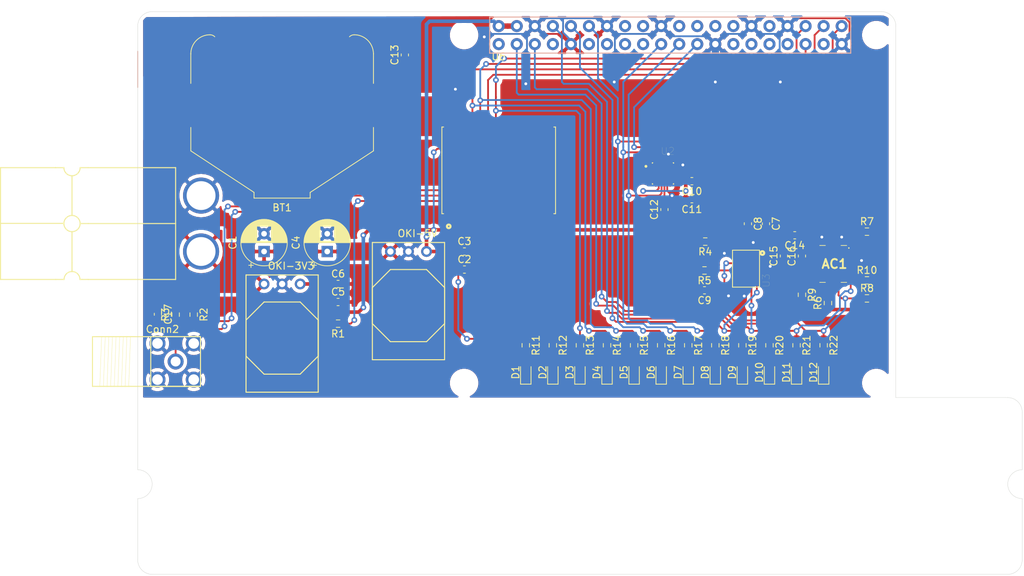
<source format=kicad_pcb>
(kicad_pcb (version 20171130) (host pcbnew "(5.1.10)-1")
  (layers (0 F.Cu signal) (31 B.Cu signal) (34 B.Paste user) (35 F.Paste user) (36 B.SilkS user) (37 F.SilkS user) (38 B.Mask user) (39 F.Mask user) (44 Edge.Cuts user))
  (net 0 "")
  (net 1 "Net-(AC1-Pad1)")
  (net 2 GND)
  (net 3 +3V3)
  (net 4 "Net-(AC1-Pad4)")
  (net 5 "Net-(AC1-Pad7)")
  (net 6 "Net-(AC1-Pad8)")
  (net 7 "Net-(AC1-Pad9)")
  (net 8 "Net-(AC1-Pad11)")
  (net 9 "Net-(AC1-Pad12)")
  (net 10 "Net-(AC1-Pad13)")
  (net 11 "Net-(AC1-Pad14)")
  (net 12 "Net-(AC1-Pad15)")
  (net 13 "Net-(AC1-Pad17)")
  (net 14 "Net-(AC1-Pad18)")
  (net 15 BNO080_SCL)
  (net 16 BNO080_SDA)
  (net 17 "Net-(AC1-Pad21)")
  (net 18 "Net-(AC1-Pad22)")
  (net 19 "Net-(AC1-Pad23)")
  (net 20 "Net-(AC1-Pad24)")
  (net 21 "Net-(AC1-Pad26)")
  (net 22 "Net-(AC1-Pad27)")
  (net 23 V_BCKP)
  (net 24 +12V)
  (net 25 +5V)
  (net 26 "Net-(C9-Pad1)")
  (net 27 "Net-(C12-Pad2)")
  (net 28 "Net-(C17-Pad1)")
  (net 29 "Net-(Conn2-Pad1)")
  (net 30 "Net-(D1-Pad2)")
  (net 31 "Net-(D2-Pad2)")
  (net 32 "Net-(D3-Pad2)")
  (net 33 "Net-(D4-Pad2)")
  (net 34 "Net-(D5-Pad2)")
  (net 35 "Net-(D6-Pad2)")
  (net 36 "Net-(D7-Pad2)")
  (net 37 "Net-(D8-Pad2)")
  (net 38 "Net-(D9-Pad2)")
  (net 39 "Net-(D10-Pad2)")
  (net 40 "Net-(D11-Pad2)")
  (net 41 "Net-(D12-Pad2)")
  (net 42 "Net-(R1-Pad1)")
  (net 43 "Net-(R2-Pad2)")
  (net 44 "Net-(R4-Pad1)")
  (net 45 "Net-(R5-Pad1)")
  (net 46 M8P_CS)
  (net 47 M8P_MOSI)
  (net 48 M8P_MISO)
  (net 49 ICM_CS)
  (net 50 ICM_MOSI)
  (net 51 ICM_MISO)
  (net 52 BNO055_TX)
  (net 53 BNO055_RX)
  (net 54 "Net-(U5-Pad1)")
  (net 55 "Net-(U5-Pad3)")
  (net 56 "Net-(U5-Pad4)")
  (net 57 "Net-(U5-Pad5)")
  (net 58 "Net-(U5-Pad6)")
  (net 59 "Net-(U5-Pad7)")
  (net 60 "Net-(U5-Pad14)")
  (net 61 "Net-(U5-Pad15)")
  (net 62 "Net-(U5-Pad16)")
  (net 63 "Net-(U5-Pad17)")
  (net 64 M8P_CLK)
  (net 65 "Net-(U6-Pad1)")
  (net 66 "Net-(U6-Pad7)")
  (net 67 "Net-(U6-Pad11)")
  (net 68 "Net-(U6-Pad13)")
  (net 69 "Net-(U6-Pad15)")
  (net 70 "Net-(U6-Pad16)")
  (net 71 "Net-(U6-Pad17)")
  (net 72 "Net-(U6-Pad22)")
  (net 73 ICM_SCLK)
  (net 74 "Net-(U6-Pad24)")
  (net 75 "Net-(U6-Pad26)")
  (net 76 "Net-(U6-Pad27)")
  (net 77 "Net-(U6-Pad28)")
  (net 78 "Net-(U6-Pad29)")
  (net 79 "Net-(U6-Pad31)")
  (net 80 "Net-(U6-Pad32)")
  (net 81 "Net-(U6-Pad33)")
  (net 82 "Net-(U6-Pad37)")
  (net 83 "Net-(U2-Pad1)")
  (net 84 "Net-(U2-Pad2)")
  (net 85 "Net-(U2-Pad3)")
  (net 86 "Net-(U2-Pad4)")
  (net 87 "Net-(U2-Pad5)")
  (net 88 "Net-(U2-Pad6)")
  (net 89 "Net-(U2-Pad7)")
  (net 90 "Net-(U2-Pad12)")
  (net 91 "Net-(U2-Pad14)")
  (net 92 "Net-(U2-Pad15)")
  (net 93 "Net-(U2-Pad16)")
  (net 94 "Net-(U2-Pad17)")
  (net 95 "Net-(U2-Pad19)")
  (net 96 "Net-(U2-Pad21)")
  (net 97 "Net-(U3-Pad1)")
  (net 98 "Net-(U3-Pad7)")
  (net 99 "Net-(U3-Pad8)")
  (net 100 "Net-(U3-Pad10)")
  (net 101 "Net-(U3-Pad12)")
  (net 102 "Net-(U3-Pad13)")
  (net 103 "Net-(U3-Pad14)")
  (net 104 "Net-(U3-Pad21)")
  (net 105 "Net-(U3-Pad22)")
  (net 106 "Net-(U3-Pad23)")
  (net 107 "Net-(U3-Pad24)")
  (net 108 "Net-(U3-Pad26)")
  (net 109 "Net-(U3-Pad27)")
  (module MRDT_Shields:RaspberryPi_THT_BOTTOM (layer F.Cu) (at 25.4 78.74)
    (fp_text reference U6 (at 50.8 -47.506) (layer F.SilkS))
    (fp_text value Raspberry_Pi)
    (pad "" np_thru_hole circle (at 103.93 -1.546) (size 3 3) (drill 3) (layers *.Cu *.Mask))
    (pad "" np_thru_hole circle (at 103.93 -50.546) (size 3 3) (drill 3) (layers *.Cu *.Mask))
    (pad "" np_thru_hole circle (at 45.93 -1.546) (size 3 3) (drill 3) (layers *.Cu *.Mask))
    (pad "" np_thru_hole circle (at 45.93 -50.546) (size 3 3) (drill 3) (layers *.Cu *.Mask))
    (pad 40 thru_hole circle (at 99.06 -51.816) (size 1.7 1.7) (drill 0.9) (layers *.Cu *.Mask) (net 64 M8P_CLK))
    (pad 39 thru_hole circle (at 99.06 -49.276) (size 1.7 1.7) (drill 0.9) (layers *.Cu *.Mask) (net 2 GND))
    (pad 38 thru_hole circle (at 96.52 -51.816) (size 1.7 1.7) (drill 0.9) (layers *.Cu *.Mask) (net 47 M8P_MOSI))
    (pad 37 thru_hole circle (at 96.52 -49.276) (size 1.7 1.7) (drill 0.9) (layers *.Cu *.Mask) (net 82 "Net-(U6-Pad37)"))
    (pad 36 thru_hole circle (at 93.98 -51.816) (size 1.7 1.7) (drill 0.9) (layers *.Cu *.Mask) (net 46 M8P_CS))
    (pad 35 thru_hole circle (at 93.98 -49.276) (size 1.7 1.7) (drill 0.9) (layers *.Cu *.Mask) (net 48 M8P_MISO))
    (pad 34 thru_hole circle (at 91.44 -51.816) (size 1.7 1.7) (drill 0.9) (layers *.Cu *.Mask) (net 2 GND))
    (pad 33 thru_hole circle (at 91.44 -49.276) (size 1.7 1.7) (drill 0.9) (layers *.Cu *.Mask) (net 81 "Net-(U6-Pad33)"))
    (pad 32 thru_hole circle (at 88.9 -51.816) (size 1.7 1.7) (drill 0.9) (layers *.Cu *.Mask) (net 80 "Net-(U6-Pad32)"))
    (pad 31 thru_hole circle (at 88.9 -49.276) (size 1.7 1.7) (drill 0.9) (layers *.Cu *.Mask) (net 79 "Net-(U6-Pad31)"))
    (pad 30 thru_hole circle (at 86.36 -51.816) (size 1.7 1.7) (drill 0.9) (layers *.Cu *.Mask) (net 2 GND))
    (pad 29 thru_hole circle (at 86.36 -49.276) (size 1.7 1.7) (drill 0.9) (layers *.Cu *.Mask) (net 78 "Net-(U6-Pad29)"))
    (pad 28 thru_hole circle (at 83.82 -51.816) (size 1.7 1.7) (drill 0.9) (layers *.Cu *.Mask) (net 77 "Net-(U6-Pad28)"))
    (pad 27 thru_hole circle (at 83.82 -49.276) (size 1.7 1.7) (drill 0.9) (layers *.Cu *.Mask) (net 76 "Net-(U6-Pad27)"))
    (pad 26 thru_hole circle (at 81.28 -51.816) (size 1.7 1.7) (drill 0.9) (layers *.Cu *.Mask) (net 75 "Net-(U6-Pad26)"))
    (pad 25 thru_hole circle (at 81.28 -49.276) (size 1.7 1.7) (drill 0.9) (layers *.Cu *.Mask) (net 2 GND))
    (pad 24 thru_hole circle (at 78.74 -51.816) (size 1.7 1.7) (drill 0.9) (layers *.Cu *.Mask) (net 74 "Net-(U6-Pad24)"))
    (pad 23 thru_hole circle (at 78.74 -49.276) (size 1.7 1.7) (drill 0.9) (layers *.Cu *.Mask) (net 73 ICM_SCLK))
    (pad 22 thru_hole circle (at 76.2 -51.816) (size 1.7 1.7) (drill 0.9) (layers *.Cu *.Mask) (net 72 "Net-(U6-Pad22)"))
    (pad 21 thru_hole circle (at 76.2 -49.276) (size 1.7 1.7) (drill 0.9) (layers *.Cu *.Mask) (net 51 ICM_MISO))
    (pad 20 thru_hole circle (at 73.66 -51.816) (size 1.7 1.7) (drill 0.9) (layers *.Cu *.Mask) (net 2 GND))
    (pad 19 thru_hole circle (at 73.66 -49.276) (size 1.7 1.7) (drill 0.9) (layers *.Cu *.Mask) (net 50 ICM_MOSI))
    (pad 18 thru_hole circle (at 71.12 -51.816) (size 1.7 1.7) (drill 0.9) (layers *.Cu *.Mask))
    (pad 17 thru_hole circle (at 71.12 -49.276) (size 1.7 1.7) (drill 0.9) (layers *.Cu *.Mask) (net 71 "Net-(U6-Pad17)"))
    (pad 16 thru_hole circle (at 68.58 -51.816) (size 1.7 1.7) (drill 0.9) (layers *.Cu *.Mask) (net 70 "Net-(U6-Pad16)"))
    (pad 15 thru_hole circle (at 68.58 -49.276) (size 1.7 1.7) (drill 0.9) (layers *.Cu *.Mask) (net 69 "Net-(U6-Pad15)"))
    (pad 14 thru_hole circle (at 66.04 -51.816) (size 1.7 1.7) (drill 0.9) (layers *.Cu *.Mask) (net 2 GND))
    (pad 13 thru_hole circle (at 66.04 -49.276) (size 1.7 1.7) (drill 0.9) (layers *.Cu *.Mask) (net 68 "Net-(U6-Pad13)"))
    (pad 12 thru_hole circle (at 63.5 -51.816) (size 1.7 1.7) (drill 0.9) (layers *.Cu *.Mask) (net 49 ICM_CS))
    (pad 11 thru_hole circle (at 63.5 -49.276) (size 1.7 1.7) (drill 0.9) (layers *.Cu *.Mask) (net 67 "Net-(U6-Pad11)"))
    (pad 10 thru_hole circle (at 60.96 -51.816) (size 1.7 1.7) (drill 0.9) (layers *.Cu *.Mask) (net 52 BNO055_TX))
    (pad 9 thru_hole circle (at 60.96 -49.276) (size 1.7 1.7) (drill 0.9) (layers *.Cu *.Mask) (net 2 GND))
    (pad 8 thru_hole circle (at 58.42 -51.816) (size 1.7 1.7) (drill 0.9) (layers *.Cu *.Mask) (net 53 BNO055_RX))
    (pad 7 thru_hole circle (at 58.42 -49.276) (size 1.7 1.7) (drill 0.9) (layers *.Cu *.Mask) (net 66 "Net-(U6-Pad7)"))
    (pad 6 thru_hole circle (at 55.88 -51.816) (size 1.7 1.7) (drill 0.9) (layers *.Cu *.Mask) (net 2 GND))
    (pad 5 thru_hole circle (at 55.88 -49.276) (size 1.7 1.7) (drill 0.9) (layers *.Cu *.Mask) (net 15 BNO080_SCL))
    (pad 4 thru_hole circle (at 53.34 -51.816) (size 1.7 1.7) (drill 0.9) (layers *.Cu *.Mask) (net 25 +5V))
    (pad 3 thru_hole circle (at 53.34 -49.276) (size 1.7 1.7) (drill 0.9) (layers *.Cu *.Mask) (net 16 BNO080_SDA))
    (pad 2 thru_hole circle (at 50.8 -51.816) (size 1.7 1.7) (drill 0.9) (layers *.Cu *.Mask) (net 25 +5V))
    (pad 1 thru_hole circle (at 50.8 -49.276) (size 1.7 1.7) (drill 0.9) (layers *.Cu *.Mask) (net 65 "Net-(U6-Pad1)"))
  )
  (module BNO080:BNO080 (layer F.Cu) (at 123.444 60.4266)
    (fp_text reference AC1 (at 0 0) (layer F.SilkS) (effects (font (size 1.27 1.27) (thickness 0.254))))
    (fp_text value BNO080 hide)
    (pad 1 smd rect (at 1.387 -2.25 90) (size 0.25 0.675) (layers F.Cu F.Paste F.Mask) (net 1 "Net-(AC1-Pad1)"))
    (pad 2 smd rect (at 0.575 -2.313) (size 0.25 0.575) (layers F.Cu F.Paste F.Mask) (net 2 GND))
    (pad 3 smd rect (at 0.075 -2.313) (size 0.25 0.575) (layers F.Cu F.Paste F.Mask) (net 3 +3V3))
    (pad 4 smd rect (at -0.425 -2.313) (size 0.25 0.575) (layers F.Cu F.Paste F.Mask) (net 4 "Net-(AC1-Pad4)"))
    (pad 5 smd rect (at -0.925 -2.313) (size 0.25 0.575) (layers F.Cu F.Paste F.Mask) (net 2 GND))
    (pad 6 smd rect (at -1.738 -2.313 90) (size 0.25 0.675) (layers F.Cu F.Paste F.Mask) (net 2 GND))
    (pad 7 smd rect (at -1.738 -1.75 90) (size 0.25 0.675) (layers F.Cu F.Paste F.Mask) (net 5 "Net-(AC1-Pad7)"))
    (pad 8 smd rect (at -1.738 -1.25 90) (size 0.25 0.675) (layers F.Cu F.Paste F.Mask) (net 6 "Net-(AC1-Pad8)"))
    (pad 9 smd rect (at -1.738 -0.75 90) (size 0.25 0.675) (layers F.Cu F.Paste F.Mask) (net 7 "Net-(AC1-Pad9)"))
    (pad 10 smd rect (at -1.738 -0.25 90) (size 0.25 0.675) (layers F.Cu F.Paste F.Mask) (net 3 +3V3))
    (pad 11 smd rect (at -1.738 0.25 90) (size 0.25 0.675) (layers F.Cu F.Paste F.Mask) (net 8 "Net-(AC1-Pad11)"))
    (pad 12 smd rect (at -1.738 0.75 90) (size 0.25 0.675) (layers F.Cu F.Paste F.Mask) (net 9 "Net-(AC1-Pad12)"))
    (pad 13 smd rect (at -1.738 1.25 90) (size 0.25 0.675) (layers F.Cu F.Paste F.Mask) (net 10 "Net-(AC1-Pad13)"))
    (pad 14 smd rect (at -1.738 1.75 90) (size 0.25 0.675) (layers F.Cu F.Paste F.Mask) (net 11 "Net-(AC1-Pad14)"))
    (pad 15 smd rect (at -1.738 2.263 90) (size 0.25 0.675) (layers F.Cu F.Paste F.Mask) (net 12 "Net-(AC1-Pad15)"))
    (pad 16 smd rect (at -0.925 2.313) (size 0.25 0.575) (layers F.Cu F.Paste F.Mask) (net 12 "Net-(AC1-Pad15)"))
    (pad 17 smd rect (at -0.425 2.313) (size 0.25 0.575) (layers F.Cu F.Paste F.Mask) (net 13 "Net-(AC1-Pad17)"))
    (pad 18 smd rect (at 0.075 2.313) (size 0.25 0.575) (layers F.Cu F.Paste F.Mask) (net 14 "Net-(AC1-Pad18)"))
    (pad 19 smd rect (at 0.575 2.313) (size 0.25 0.575) (layers F.Cu F.Paste F.Mask) (net 15 BNO080_SCL))
    (pad 20 smd rect (at 1.387 2.313 90) (size 0.25 0.675) (layers F.Cu F.Paste F.Mask) (net 16 BNO080_SDA))
    (pad 21 smd rect (at 1.387 1.75 90) (size 0.25 0.675) (layers F.Cu F.Paste F.Mask) (net 17 "Net-(AC1-Pad21)"))
    (pad 22 smd rect (at 1.387 1.25 90) (size 0.25 0.675) (layers F.Cu F.Paste F.Mask) (net 18 "Net-(AC1-Pad22)"))
    (pad 23 smd rect (at 1.387 0.75 90) (size 0.25 0.675) (layers F.Cu F.Paste F.Mask) (net 19 "Net-(AC1-Pad23)"))
    (pad 24 smd rect (at 1.387 0.25 90) (size 0.25 0.675) (layers F.Cu F.Paste F.Mask) (net 20 "Net-(AC1-Pad24)"))
    (pad 25 smd rect (at 1.387 -0.25 90) (size 0.25 0.675) (layers F.Cu F.Paste F.Mask) (net 2 GND))
    (pad 26 smd rect (at 1.387 -0.75 90) (size 0.25 0.675) (layers F.Cu F.Paste F.Mask) (net 21 "Net-(AC1-Pad26)"))
    (pad 27 smd rect (at 1.387 -1.25 90) (size 0.25 0.675) (layers F.Cu F.Paste F.Mask) (net 22 "Net-(AC1-Pad27)"))
    (pad 28 smd rect (at 1.387 -1.75 90) (size 0.25 0.675) (layers F.Cu F.Paste F.Mask) (net 3 +3V3))
  )
  (module Battery:BatteryHolder_Keystone_3008_1x2450 (layer F.Cu) (at 45.72 38.1 180)
    (fp_text reference BT1 (at 0 -14.4) (layer F.SilkS))
    (fp_text value Battery_Cell)
    (pad 1 smd rect (at -15.3 0 180) (size 6 5.5) (layers F.Cu F.Paste F.Mask) (net 23 V_BCKP))
    (pad 1 smd rect (at 15.3 0 180) (size 6 5.5) (layers F.Cu F.Paste F.Mask) (net 23 V_BCKP))
    (pad 2 smd circle (at 0 0 180) (size 20 20) (layers F.Cu F.Mask) (net 2 GND))
  )
  (module Capacitor_THT:CP_Radial_D6.3mm_P2.50mm (layer F.Cu) (at 43.18 58.674 90)
    (fp_text reference C1 (at 1.25 -4.4 90) (layer F.SilkS))
    (fp_text value "22uF 50V")
    (pad 1 thru_hole rect (at 0 0 90) (size 1.6 1.6) (drill 0.8) (layers *.Cu *.Mask) (net 24 +12V))
    (pad 2 thru_hole circle (at 2.5 0 90) (size 1.6 1.6) (drill 0.8) (layers *.Cu *.Mask) (net 2 GND))
  )
  (module Capacitor_SMD:C_0603_1608Metric_Pad1.08x0.95mm_HandSolder (layer F.Cu) (at 71.374 61.214)
    (fp_text reference C2 (at 0 -1.43) (layer F.SilkS))
    (fp_text value 10uF)
    (pad 1 smd roundrect (at -0.8625 0) (size 1.075 0.95) (layers F.Cu F.Paste F.Mask) (net 25 +5V))
    (pad 2 smd roundrect (at 0.8625 0) (size 1.075 0.95) (layers F.Cu F.Paste F.Mask) (net 2 GND))
  )
  (module Capacitor_SMD:C_0603_1608Metric_Pad1.08x0.95mm_HandSolder (layer F.Cu) (at 71.374 58.674)
    (fp_text reference C3 (at 0 -1.43) (layer F.SilkS))
    (fp_text value 0.1uF)
    (pad 2 smd roundrect (at 0.8625 0) (size 1.075 0.95) (layers F.Cu F.Paste F.Mask) (net 2 GND))
    (pad 1 smd roundrect (at -0.8625 0) (size 1.075 0.95) (layers F.Cu F.Paste F.Mask) (net 25 +5V))
  )
  (module Capacitor_THT:CP_Radial_D6.3mm_P2.50mm (layer F.Cu) (at 52.07 58.674 90)
    (fp_text reference C4 (at 1.25 -4.4 90) (layer F.SilkS))
    (fp_text value "22uF 50V")
    (pad 2 thru_hole circle (at 2.5 0 90) (size 1.6 1.6) (drill 0.8) (layers *.Cu *.Mask) (net 2 GND))
    (pad 1 thru_hole rect (at 0 0 90) (size 1.6 1.6) (drill 0.8) (layers *.Cu *.Mask) (net 24 +12V))
  )
  (module Capacitor_SMD:C_0603_1608Metric_Pad1.08x0.95mm_HandSolder (layer F.Cu) (at 53.594 65.786)
    (fp_text reference C5 (at 0 -1.43) (layer F.SilkS))
    (fp_text value 10uF)
    (pad 1 smd roundrect (at -0.8625 0) (size 1.075 0.95) (layers F.Cu F.Paste F.Mask) (net 3 +3V3))
    (pad 2 smd roundrect (at 0.8625 0) (size 1.075 0.95) (layers F.Cu F.Paste F.Mask) (net 2 GND))
  )
  (module Capacitor_SMD:C_0603_1608Metric_Pad1.08x0.95mm_HandSolder (layer F.Cu) (at 53.594 63.246)
    (fp_text reference C6 (at 0 -1.43) (layer F.SilkS))
    (fp_text value 0.1uF)
    (pad 2 smd roundrect (at 0.8625 0) (size 1.075 0.95) (layers F.Cu F.Paste F.Mask) (net 2 GND))
    (pad 1 smd roundrect (at -0.8625 0) (size 1.075 0.95) (layers F.Cu F.Paste F.Mask) (net 3 +3V3))
  )
  (module Capacitor_SMD:C_0603_1608Metric_Pad1.08x0.95mm_HandSolder (layer F.Cu) (at 113.8047 54.7624 270)
    (fp_text reference C7 (at 0 -1.43 90) (layer F.SilkS))
    (fp_text value 6.8nF)
    (pad 2 smd roundrect (at 0.8625 0 270) (size 1.075 0.95) (layers F.Cu F.Paste F.Mask) (net 3 +3V3))
    (pad 1 smd roundrect (at -0.8625 0 270) (size 1.075 0.95) (layers F.Cu F.Paste F.Mask) (net 2 GND))
  )
  (module Capacitor_SMD:C_0603_1608Metric_Pad1.08x0.95mm_HandSolder (layer F.Cu) (at 111.2647 54.7624 270)
    (fp_text reference C8 (at 0 -1.43 90) (layer F.SilkS))
    (fp_text value 120nF)
    (pad 2 smd roundrect (at 0.8625 0 270) (size 1.075 0.95) (layers F.Cu F.Paste F.Mask) (net 3 +3V3))
    (pad 1 smd roundrect (at -0.8625 0 270) (size 1.075 0.95) (layers F.Cu F.Paste F.Mask) (net 2 GND))
  )
  (module Capacitor_SMD:C_0603_1608Metric_Pad1.08x0.95mm_HandSolder (layer F.Cu) (at 105.156 64.135 180)
    (fp_text reference C9 (at 0 -1.43) (layer F.SilkS))
    (fp_text value 0.1uF)
    (pad 2 smd roundrect (at 0.8625 0 180) (size 1.075 0.95) (layers F.Cu F.Paste F.Mask) (net 2 GND))
    (pad 1 smd roundrect (at -0.8625 0 180) (size 1.075 0.95) (layers F.Cu F.Paste F.Mask) (net 26 "Net-(C9-Pad1)"))
  )
  (module Capacitor_SMD:C_0603_1608Metric_Pad1.08x0.95mm_HandSolder (layer F.Cu) (at 103.378 48.768 180)
    (fp_text reference C10 (at 0 -1.43) (layer F.SilkS))
    (fp_text value 0.1uF)
    (pad 2 smd roundrect (at 0.8625 0 180) (size 1.075 0.95) (layers F.Cu F.Paste F.Mask) (net 3 +3V3))
    (pad 1 smd roundrect (at -0.8625 0 180) (size 1.075 0.95) (layers F.Cu F.Paste F.Mask) (net 2 GND))
  )
  (module Capacitor_SMD:C_0603_1608Metric_Pad1.08x0.95mm_HandSolder (layer F.Cu) (at 103.378 51.308 180)
    (fp_text reference C11 (at 0 -1.43) (layer F.SilkS))
    (fp_text value 0.1uF)
    (pad 1 smd roundrect (at -0.8625 0 180) (size 1.075 0.95) (layers F.Cu F.Paste F.Mask) (net 2 GND))
    (pad 2 smd roundrect (at 0.8625 0 180) (size 1.075 0.95) (layers F.Cu F.Paste F.Mask) (net 3 +3V3))
  )
  (module Capacitor_SMD:C_0603_1608Metric_Pad1.08x0.95mm_HandSolder (layer F.Cu) (at 99.5172 52.7685 90)
    (fp_text reference C12 (at 0 -1.43 90) (layer F.SilkS))
    (fp_text value 0.1uF)
    (pad 2 smd roundrect (at 0.8625 0 90) (size 1.075 0.95) (layers F.Cu F.Paste F.Mask) (net 27 "Net-(C12-Pad2)"))
    (pad 1 smd roundrect (at -0.8625 0 90) (size 1.075 0.95) (layers F.Cu F.Paste F.Mask) (net 2 GND))
  )
  (module Capacitor_SMD:C_0603_1608Metric_Pad1.08x0.95mm_HandSolder (layer F.Cu) (at 62.992 30.988 90)
    (fp_text reference C13 (at 0 -1.43 90) (layer F.SilkS))
    (fp_text value 1uF)
    (pad 2 smd roundrect (at 0.8625 0 90) (size 1.075 0.95) (layers F.Cu F.Paste F.Mask) (net 2 GND))
    (pad 1 smd roundrect (at -0.8625 0 90) (size 1.075 0.95) (layers F.Cu F.Paste F.Mask) (net 23 V_BCKP))
  )
  (module Capacitor_SMD:C_0603_1608Metric_Pad1.08x0.95mm_HandSolder (layer F.Cu) (at 117.856 56.388 180)
    (fp_text reference C14 (at 0 -1.43) (layer F.SilkS))
    (fp_text value 0.1uF)
    (pad 1 smd roundrect (at -0.8625 0 180) (size 1.075 0.95) (layers F.Cu F.Paste F.Mask) (net 7 "Net-(AC1-Pad9)"))
    (pad 2 smd roundrect (at 0.8625 0 180) (size 1.075 0.95) (layers F.Cu F.Paste F.Mask) (net 2 GND))
  )
  (module Capacitor_SMD:C_0603_1608Metric_Pad1.08x0.95mm_HandSolder (layer F.Cu) (at 116.332 59.309 90)
    (fp_text reference C15 (at 0 -1.43 90) (layer F.SilkS))
    (fp_text value 0.1uF)
    (pad 2 smd roundrect (at 0.8625 0 90) (size 1.075 0.95) (layers F.Cu F.Paste F.Mask) (net 2 GND))
    (pad 1 smd roundrect (at -0.8625 0 90) (size 1.075 0.95) (layers F.Cu F.Paste F.Mask) (net 3 +3V3))
  )
  (module Capacitor_SMD:C_0603_1608Metric_Pad1.08x0.95mm_HandSolder (layer F.Cu) (at 118.872 59.309 90)
    (fp_text reference C16 (at 0 -1.43 90) (layer F.SilkS))
    (fp_text value 0.1uF)
    (pad 1 smd roundrect (at -0.8625 0 90) (size 1.075 0.95) (layers F.Cu F.Paste F.Mask) (net 3 +3V3))
    (pad 2 smd roundrect (at 0.8625 0 90) (size 1.075 0.95) (layers F.Cu F.Paste F.Mask) (net 2 GND))
  )
  (module Capacitor_SMD:C_0603_1608Metric_Pad1.08x0.95mm_HandSolder (layer F.Cu) (at 28.2448 67.5132 270)
    (fp_text reference C17 (at 0 -1.43 90) (layer F.SilkS))
    (fp_text value 47pF)
    (pad 2 smd roundrect (at 0.8625 0 270) (size 1.075 0.95) (layers F.Cu F.Paste F.Mask) (net 2 GND))
    (pad 1 smd roundrect (at -0.8625 0 270) (size 1.075 0.95) (layers F.Cu F.Paste F.Mask) (net 28 "Net-(C17-Pad1)"))
  )
  (module MRDT_Connectors:Anderson_2_Horizontal_Side_by_Side (layer F.Cu) (at 34.29 50.8)
    (fp_text reference Conn1 hide)
    (fp_text value AndersonPP)
    (pad 2 thru_hole circle (at 0.0254 7.874) (size 5.08 5.08) (drill 4.06) (layers *.Cu *.Mask F.Paste) (net 24 +12V))
    (pad 1 thru_hole circle (at 0.0254 0) (size 5.08 5.08) (drill 4.06) (layers *.Cu *.Mask F.Paste) (net 2 GND))
  )
  (module MRDT_Connectors:RP-SMA_Jack_Tru-Hole_Right-Angle (layer F.Cu) (at 30.734 74.168 180)
    (fp_text reference Conn2 (at 1.8542 4.5466) (layer F.SilkS))
    (fp_text value RP-SMA)
    (pad 2 thru_hole circle (at -2.55 2.55 270) (size 2.25 2.25) (drill 1.5) (layers *.Cu *.Mask) (net 2 GND))
    (pad 2 thru_hole circle (at 2.55 2.55 270) (size 2.25 2.25) (drill 1.5) (layers *.Cu *.Mask) (net 2 GND))
    (pad 2 thru_hole circle (at 2.55 -2.55 270) (size 2.25 2.25) (drill 1.5) (layers *.Cu *.Mask) (net 2 GND))
    (pad 2 thru_hole circle (at -2.55 -2.55 270) (size 2.25 2.25) (drill 1.5) (layers *.Cu *.Mask) (net 2 GND))
    (pad 1 thru_hole circle (at 0 0 270) (size 2.25 2.25) (drill 1.4) (layers *.Cu *.Mask) (net 29 "Net-(Conn2-Pad1)"))
  )
  (module LED_SMD:LED_0603_1608Metric_Pad1.05x0.95mm_HandSolder (layer F.Cu) (at 80.01 75.692 90)
    (fp_text reference D1 (at 0 -1.43 90) (layer F.SilkS))
    (fp_text value GREEN)
    (pad 1 smd roundrect (at -0.875 0 90) (size 1.05 0.95) (layers F.Cu F.Paste F.Mask) (net 2 GND))
    (pad 2 smd roundrect (at 0.875 0 90) (size 1.05 0.95) (layers F.Cu F.Paste F.Mask) (net 30 "Net-(D1-Pad2)"))
  )
  (module LED_SMD:LED_0603_1608Metric_Pad1.05x0.95mm_HandSolder (layer F.Cu) (at 83.82 75.692 90)
    (fp_text reference D2 (at 0 -1.43 90) (layer F.SilkS))
    (fp_text value GREEN)
    (pad 2 smd roundrect (at 0.875 0 90) (size 1.05 0.95) (layers F.Cu F.Paste F.Mask) (net 31 "Net-(D2-Pad2)"))
    (pad 1 smd roundrect (at -0.875 0 90) (size 1.05 0.95) (layers F.Cu F.Paste F.Mask) (net 2 GND))
  )
  (module LED_SMD:LED_0603_1608Metric_Pad1.05x0.95mm_HandSolder (layer F.Cu) (at 87.63 75.692 90)
    (fp_text reference D3 (at 0 -1.43 90) (layer F.SilkS))
    (fp_text value BLUE)
    (pad 2 smd roundrect (at 0.875 0 90) (size 1.05 0.95) (layers F.Cu F.Paste F.Mask) (net 32 "Net-(D3-Pad2)"))
    (pad 1 smd roundrect (at -0.875 0 90) (size 1.05 0.95) (layers F.Cu F.Paste F.Mask) (net 2 GND))
  )
  (module LED_SMD:LED_0603_1608Metric_Pad1.05x0.95mm_HandSolder (layer F.Cu) (at 91.44 75.692 90)
    (fp_text reference D4 (at 0 -1.43 90) (layer F.SilkS))
    (fp_text value BLUE)
    (pad 1 smd roundrect (at -0.875 0 90) (size 1.05 0.95) (layers F.Cu F.Paste F.Mask) (net 2 GND))
    (pad 2 smd roundrect (at 0.875 0 90) (size 1.05 0.95) (layers F.Cu F.Paste F.Mask) (net 33 "Net-(D4-Pad2)"))
  )
  (module LED_SMD:LED_0603_1608Metric_Pad1.05x0.95mm_HandSolder (layer F.Cu) (at 95.25 75.692 90)
    (fp_text reference D5 (at 0 -1.43 90) (layer F.SilkS))
    (fp_text value BLUE)
    (pad 1 smd roundrect (at -0.875 0 90) (size 1.05 0.95) (layers F.Cu F.Paste F.Mask) (net 2 GND))
    (pad 2 smd roundrect (at 0.875 0 90) (size 1.05 0.95) (layers F.Cu F.Paste F.Mask) (net 34 "Net-(D5-Pad2)"))
  )
  (module LED_SMD:LED_0603_1608Metric_Pad1.05x0.95mm_HandSolder (layer F.Cu) (at 99.06 75.692 90)
    (fp_text reference D6 (at 0 -1.43 90) (layer F.SilkS))
    (fp_text value BLUE)
    (pad 1 smd roundrect (at -0.875 0 90) (size 1.05 0.95) (layers F.Cu F.Paste F.Mask) (net 2 GND))
    (pad 2 smd roundrect (at 0.875 0 90) (size 1.05 0.95) (layers F.Cu F.Paste F.Mask) (net 35 "Net-(D6-Pad2)"))
  )
  (module LED_SMD:LED_0603_1608Metric_Pad1.05x0.95mm_HandSolder (layer F.Cu) (at 102.87 75.692 90)
    (fp_text reference D7 (at 0 -1.43 90) (layer F.SilkS))
    (fp_text value BLUE)
    (pad 2 smd roundrect (at 0.875 0 90) (size 1.05 0.95) (layers F.Cu F.Paste F.Mask) (net 36 "Net-(D7-Pad2)"))
    (pad 1 smd roundrect (at -0.875 0 90) (size 1.05 0.95) (layers F.Cu F.Paste F.Mask) (net 2 GND))
  )
  (module LED_SMD:LED_0603_1608Metric_Pad1.05x0.95mm_HandSolder (layer F.Cu) (at 106.68 75.692 90)
    (fp_text reference D8 (at 0 -1.43 90) (layer F.SilkS))
    (fp_text value BLUE)
    (pad 2 smd roundrect (at 0.875 0 90) (size 1.05 0.95) (layers F.Cu F.Paste F.Mask) (net 37 "Net-(D8-Pad2)"))
    (pad 1 smd roundrect (at -0.875 0 90) (size 1.05 0.95) (layers F.Cu F.Paste F.Mask) (net 2 GND))
  )
  (module LED_SMD:LED_0603_1608Metric_Pad1.05x0.95mm_HandSolder (layer F.Cu) (at 110.49 75.692 90)
    (fp_text reference D9 (at 0 -1.43 90) (layer F.SilkS))
    (fp_text value BLUE)
    (pad 1 smd roundrect (at -0.875 0 90) (size 1.05 0.95) (layers F.Cu F.Paste F.Mask) (net 2 GND))
    (pad 2 smd roundrect (at 0.875 0 90) (size 1.05 0.95) (layers F.Cu F.Paste F.Mask) (net 38 "Net-(D9-Pad2)"))
  )
  (module LED_SMD:LED_0603_1608Metric_Pad1.05x0.95mm_HandSolder (layer F.Cu) (at 114.3 75.692 90)
    (fp_text reference D10 (at 0 -1.43 90) (layer F.SilkS))
    (fp_text value BLUE)
    (pad 1 smd roundrect (at -0.875 0 90) (size 1.05 0.95) (layers F.Cu F.Paste F.Mask) (net 2 GND))
    (pad 2 smd roundrect (at 0.875 0 90) (size 1.05 0.95) (layers F.Cu F.Paste F.Mask) (net 39 "Net-(D10-Pad2)"))
  )
  (module LED_SMD:LED_0603_1608Metric_Pad1.05x0.95mm_HandSolder (layer F.Cu) (at 118.11 75.692 90)
    (fp_text reference D11 (at 0 -1.43 90) (layer F.SilkS))
    (fp_text value BLUE)
    (pad 2 smd roundrect (at 0.875 0 90) (size 1.05 0.95) (layers F.Cu F.Paste F.Mask) (net 40 "Net-(D11-Pad2)"))
    (pad 1 smd roundrect (at -0.875 0 90) (size 1.05 0.95) (layers F.Cu F.Paste F.Mask) (net 2 GND))
  )
  (module LED_SMD:LED_0603_1608Metric_Pad1.05x0.95mm_HandSolder (layer F.Cu) (at 121.92 75.692 90)
    (fp_text reference D12 (at 0 -1.43 90) (layer F.SilkS))
    (fp_text value BLUE)
    (pad 2 smd roundrect (at 0.875 0 90) (size 1.05 0.95) (layers F.Cu F.Paste F.Mask) (net 41 "Net-(D12-Pad2)"))
    (pad 1 smd roundrect (at -0.875 0 90) (size 1.05 0.95) (layers F.Cu F.Paste F.Mask) (net 2 GND))
  )
  (module Resistor_SMD:R_0603_1608Metric_Pad0.98x0.95mm_HandSolder (layer F.Cu) (at 53.594 68.834 180)
    (fp_text reference R1 (at 0 -1.43) (layer F.SilkS))
    (fp_text value 10K)
    (pad 2 smd roundrect (at 0.9125 0 180) (size 0.975 0.95) (layers F.Cu F.Paste F.Mask) (net 3 +3V3))
    (pad 1 smd roundrect (at -0.9125 0 180) (size 0.975 0.95) (layers F.Cu F.Paste F.Mask) (net 42 "Net-(R1-Pad1)"))
  )
  (module Resistor_SMD:R_0603_1608Metric_Pad0.98x0.95mm_HandSolder (layer F.Cu) (at 33.274 67.564 270)
    (fp_text reference R2 (at 0 -1.43 90) (layer F.SilkS))
    (fp_text value 10)
    (pad 2 smd roundrect (at 0.9125 0 270) (size 0.975 0.95) (layers F.Cu F.Paste F.Mask) (net 43 "Net-(R2-Pad2)"))
    (pad 1 smd roundrect (at -0.9125 0 270) (size 0.975 0.95) (layers F.Cu F.Paste F.Mask) (net 28 "Net-(C17-Pad1)"))
  )
  (module Resistor_SMD:R_0603_1608Metric_Pad0.98x0.95mm_HandSolder (layer F.Cu) (at 30.734 67.564 90)
    (fp_text reference R3 (at 0 -1.43 90) (layer F.SilkS))
    (fp_text value 30@100MHZ/2.0A)
    (pad 1 smd roundrect (at -0.9125 0 90) (size 0.975 0.95) (layers F.Cu F.Paste F.Mask) (net 29 "Net-(Conn2-Pad1)"))
    (pad 2 smd roundrect (at 0.9125 0 90) (size 0.975 0.95) (layers F.Cu F.Paste F.Mask) (net 28 "Net-(C17-Pad1)"))
  )
  (module Resistor_SMD:R_0603_1608Metric_Pad0.98x0.95mm_HandSolder (layer F.Cu) (at 105.2595 57.277 180)
    (fp_text reference R4 (at 0 -1.43) (layer F.SilkS))
    (fp_text value 10k)
    (pad 1 smd roundrect (at -0.9125 0 180) (size 0.975 0.95) (layers F.Cu F.Paste F.Mask) (net 44 "Net-(R4-Pad1)"))
    (pad 2 smd roundrect (at 0.9125 0 180) (size 0.975 0.95) (layers F.Cu F.Paste F.Mask) (net 3 +3V3))
  )
  (module Resistor_SMD:R_0603_1608Metric_Pad0.98x0.95mm_HandSolder (layer F.Cu) (at 105.156 61.341 180)
    (fp_text reference R5 (at 0 -1.43) (layer F.SilkS))
    (fp_text value 10k)
    (pad 2 smd roundrect (at 0.9125 0 180) (size 0.975 0.95) (layers F.Cu F.Paste F.Mask) (net 3 +3V3))
    (pad 1 smd roundrect (at -0.9125 0 180) (size 0.975 0.95) (layers F.Cu F.Paste F.Mask) (net 45 "Net-(R5-Pad1)"))
  )
  (module Resistor_SMD:R_0603_1608Metric_Pad0.98x0.95mm_HandSolder (layer F.Cu) (at 122.5296 65.9365 90)
    (fp_text reference R6 (at 0 -1.43 90) (layer F.SilkS))
    (fp_text value 2.2k)
    (pad 2 smd roundrect (at 0.9125 0 90) (size 0.975 0.95) (layers F.Cu F.Paste F.Mask) (net 12 "Net-(AC1-Pad15)"))
    (pad 1 smd roundrect (at -0.9125 0 90) (size 0.975 0.95) (layers F.Cu F.Paste F.Mask) (net 3 +3V3))
  )
  (module Resistor_SMD:R_0603_1608Metric_Pad0.98x0.95mm_HandSolder (layer F.Cu) (at 128.016 55.88)
    (fp_text reference R7 (at 0 -1.43) (layer F.SilkS))
    (fp_text value 10k)
    (pad 1 smd roundrect (at -0.9125 0) (size 0.975 0.95) (layers F.Cu F.Paste F.Mask) (net 4 "Net-(AC1-Pad4)"))
    (pad 2 smd roundrect (at 0.9125 0) (size 0.975 0.95) (layers F.Cu F.Paste F.Mask) (net 3 +3V3))
  )
  (module Resistor_SMD:R_0603_1608Metric_Pad0.98x0.95mm_HandSolder (layer F.Cu) (at 128.016 65.278)
    (fp_text reference R8 (at 0 -1.43) (layer F.SilkS))
    (fp_text value 2.2k)
    (pad 1 smd roundrect (at -0.9125 0) (size 0.975 0.95) (layers F.Cu F.Paste F.Mask) (net 15 BNO080_SCL))
    (pad 2 smd roundrect (at 0.9125 0) (size 0.975 0.95) (layers F.Cu F.Paste F.Mask) (net 3 +3V3))
  )
  (module Resistor_SMD:R_0603_1608Metric_Pad0.98x0.95mm_HandSolder (layer F.Cu) (at 118.872 64.77 270)
    (fp_text reference R9 (at 0 -1.43 90) (layer F.SilkS))
    (fp_text value 10k)
    (pad 2 smd roundrect (at 0.9125 0 270) (size 0.975 0.95) (layers F.Cu F.Paste F.Mask) (net 3 +3V3))
    (pad 1 smd roundrect (at -0.9125 0 270) (size 0.975 0.95) (layers F.Cu F.Paste F.Mask) (net 8 "Net-(AC1-Pad11)"))
  )
  (module Resistor_SMD:R_0603_1608Metric_Pad0.98x0.95mm_HandSolder (layer F.Cu) (at 128.016 62.738)
    (fp_text reference R10 (at 0 -1.43) (layer F.SilkS))
    (fp_text value 2.2k)
    (pad 2 smd roundrect (at 0.9125 0) (size 0.975 0.95) (layers F.Cu F.Paste F.Mask) (net 3 +3V3))
    (pad 1 smd roundrect (at -0.9125 0) (size 0.975 0.95) (layers F.Cu F.Paste F.Mask) (net 16 BNO080_SDA))
  )
  (module Resistor_SMD:R_0603_1608Metric_Pad0.98x0.95mm_HandSolder (layer F.Cu) (at 80.01 71.882 270)
    (fp_text reference R11 (at 0 -1.43 90) (layer F.SilkS))
    (fp_text value 100)
    (pad 1 smd roundrect (at -0.9125 0 270) (size 0.975 0.95) (layers F.Cu F.Paste F.Mask) (net 25 +5V))
    (pad 2 smd roundrect (at 0.9125 0 270) (size 0.975 0.95) (layers F.Cu F.Paste F.Mask) (net 30 "Net-(D1-Pad2)"))
  )
  (module Resistor_SMD:R_0603_1608Metric_Pad0.98x0.95mm_HandSolder (layer F.Cu) (at 83.82 71.882 270)
    (fp_text reference R12 (at 0 -1.43 90) (layer F.SilkS))
    (fp_text value 43)
    (pad 2 smd roundrect (at 0.9125 0 270) (size 0.975 0.95) (layers F.Cu F.Paste F.Mask) (net 31 "Net-(D2-Pad2)"))
    (pad 1 smd roundrect (at -0.9125 0 270) (size 0.975 0.95) (layers F.Cu F.Paste F.Mask) (net 3 +3V3))
  )
  (module Resistor_SMD:R_0603_1608Metric_Pad0.98x0.95mm_HandSolder (layer F.Cu) (at 87.63 71.882 270)
    (fp_text reference R13 (at 0 -1.43 90) (layer F.SilkS))
    (fp_text value 100)
    (pad 1 smd roundrect (at -0.9125 0 270) (size 0.975 0.95) (layers F.Cu F.Paste F.Mask) (net 46 M8P_CS))
    (pad 2 smd roundrect (at 0.9125 0 270) (size 0.975 0.95) (layers F.Cu F.Paste F.Mask) (net 32 "Net-(D3-Pad2)"))
  )
  (module Resistor_SMD:R_0603_1608Metric_Pad0.98x0.95mm_HandSolder (layer F.Cu) (at 91.44 71.882 270)
    (fp_text reference R14 (at 0 -1.43 90) (layer F.SilkS))
    (fp_text value 100)
    (pad 1 smd roundrect (at -0.9125 0 270) (size 0.975 0.95) (layers F.Cu F.Paste F.Mask) (net 47 M8P_MOSI))
    (pad 2 smd roundrect (at 0.9125 0 270) (size 0.975 0.95) (layers F.Cu F.Paste F.Mask) (net 33 "Net-(D4-Pad2)"))
  )
  (module Resistor_SMD:R_0603_1608Metric_Pad0.98x0.95mm_HandSolder (layer F.Cu) (at 95.25 71.882 270)
    (fp_text reference R15 (at 0 -1.43 90) (layer F.SilkS))
    (fp_text value 100)
    (pad 2 smd roundrect (at 0.9125 0 270) (size 0.975 0.95) (layers F.Cu F.Paste F.Mask) (net 34 "Net-(D5-Pad2)"))
    (pad 1 smd roundrect (at -0.9125 0 270) (size 0.975 0.95) (layers F.Cu F.Paste F.Mask) (net 48 M8P_MISO))
  )
  (module Resistor_SMD:R_0603_1608Metric_Pad0.98x0.95mm_HandSolder (layer F.Cu) (at 99.06 71.882 270)
    (fp_text reference R16 (at 0 -1.43 90) (layer F.SilkS))
    (fp_text value 100)
    (pad 1 smd roundrect (at -0.9125 0 270) (size 0.975 0.95) (layers F.Cu F.Paste F.Mask) (net 49 ICM_CS))
    (pad 2 smd roundrect (at 0.9125 0 270) (size 0.975 0.95) (layers F.Cu F.Paste F.Mask) (net 35 "Net-(D6-Pad2)"))
  )
  (module Resistor_SMD:R_0603_1608Metric_Pad0.98x0.95mm_HandSolder (layer F.Cu) (at 102.87 71.882 270)
    (fp_text reference R17 (at 0 -1.43 90) (layer F.SilkS))
    (fp_text value 100)
    (pad 2 smd roundrect (at 0.9125 0 270) (size 0.975 0.95) (layers F.Cu F.Paste F.Mask) (net 36 "Net-(D7-Pad2)"))
    (pad 1 smd roundrect (at -0.9125 0 270) (size 0.975 0.95) (layers F.Cu F.Paste F.Mask) (net 50 ICM_MOSI))
  )
  (module Resistor_SMD:R_0603_1608Metric_Pad0.98x0.95mm_HandSolder (layer F.Cu) (at 106.68 71.882 270)
    (fp_text reference R18 (at 0 -1.43 90) (layer F.SilkS))
    (fp_text value 100)
    (pad 1 smd roundrect (at -0.9125 0 270) (size 0.975 0.95) (layers F.Cu F.Paste F.Mask) (net 51 ICM_MISO))
    (pad 2 smd roundrect (at 0.9125 0 270) (size 0.975 0.95) (layers F.Cu F.Paste F.Mask) (net 37 "Net-(D8-Pad2)"))
  )
  (module Resistor_SMD:R_0603_1608Metric_Pad0.98x0.95mm_HandSolder (layer F.Cu) (at 110.49 71.882 270)
    (fp_text reference R19 (at 0 -1.43 90) (layer F.SilkS))
    (fp_text value 100)
    (pad 2 smd roundrect (at 0.9125 0 270) (size 0.975 0.95) (layers F.Cu F.Paste F.Mask) (net 38 "Net-(D9-Pad2)"))
    (pad 1 smd roundrect (at -0.9125 0 270) (size 0.975 0.95) (layers F.Cu F.Paste F.Mask) (net 52 BNO055_TX))
  )
  (module Resistor_SMD:R_0603_1608Metric_Pad0.98x0.95mm_HandSolder (layer F.Cu) (at 114.3 71.882 270)
    (fp_text reference R20 (at 0 -1.43 90) (layer F.SilkS))
    (fp_text value 100)
    (pad 1 smd roundrect (at -0.9125 0 270) (size 0.975 0.95) (layers F.Cu F.Paste F.Mask) (net 53 BNO055_RX))
    (pad 2 smd roundrect (at 0.9125 0 270) (size 0.975 0.95) (layers F.Cu F.Paste F.Mask) (net 39 "Net-(D10-Pad2)"))
  )
  (module Resistor_SMD:R_0603_1608Metric_Pad0.98x0.95mm_HandSolder (layer F.Cu) (at 118.11 71.882 270)
    (fp_text reference R21 (at 0 -1.43 90) (layer F.SilkS))
    (fp_text value 100)
    (pad 2 smd roundrect (at 0.9125 0 270) (size 0.975 0.95) (layers F.Cu F.Paste F.Mask) (net 40 "Net-(D11-Pad2)"))
    (pad 1 smd roundrect (at -0.9125 0 270) (size 0.975 0.95) (layers F.Cu F.Paste F.Mask) (net 16 BNO080_SDA))
  )
  (module Resistor_SMD:R_0603_1608Metric_Pad0.98x0.95mm_HandSolder (layer F.Cu) (at 121.92 71.882 270)
    (fp_text reference R22 (at 0 -1.43 90) (layer F.SilkS))
    (fp_text value 100)
    (pad 1 smd roundrect (at -0.9125 0 270) (size 0.975 0.95) (layers F.Cu F.Paste F.Mask) (net 15 BNO080_SCL))
    (pad 2 smd roundrect (at 0.9125 0 270) (size 0.975 0.95) (layers F.Cu F.Paste F.Mask) (net 41 "Net-(D12-Pad2)"))
  )
  (module MRDT_Devices:OKI_Horizontal (layer F.Cu) (at 60.96 58.674)
    (fp_text reference U1 hide)
    (fp_text value OKI-5V (at 3.81 -2.54) (layer F.SilkS))
    (pad 1 thru_hole circle (at 0 0) (size 1.524 1.524) (drill 0.889) (layers *.Cu *.Mask) (net 24 +12V))
    (pad 2 thru_hole circle (at 2.54 0) (size 1.524 1.524) (drill 0.889) (layers *.Cu *.Mask) (net 2 GND))
    (pad 3 thru_hole circle (at 5.08 0) (size 1.524 1.524) (drill 0.889) (layers *.Cu *.Mask) (net 25 +5V))
  )
  (module MRDT_Devices:OKI_Horizontal (layer F.Cu) (at 43.18 63.246)
    (fp_text reference U4 hide)
    (fp_text value OKI-3V3 (at 3.81 -2.54) (layer F.SilkS))
    (pad 3 thru_hole circle (at 5.08 0) (size 1.524 1.524) (drill 0.889) (layers *.Cu *.Mask) (net 3 +3V3))
    (pad 2 thru_hole circle (at 2.54 0) (size 1.524 1.524) (drill 0.889) (layers *.Cu *.Mask) (net 2 GND))
    (pad 1 thru_hole circle (at 0 0) (size 1.524 1.524) (drill 0.889) (layers *.Cu *.Mask) (net 24 +12V))
  )
  (module MRDT_ICs:MODULE_NEO-M8P-2 (layer F.Cu) (at 76.2 47.244 90)
    (fp_text reference U5 (at -3.098795 -9.162765 90) (layer F.SilkS) (effects (font (size 1.001126 1.001126) (thickness 0.015))))
    (fp_text value NEO-M8P-2)
    (pad 1 smd rect (at -6 -7 90) (size 1.8 0.8) (layers F.Cu) (net 54 "Net-(U5-Pad1)"))
    (pad 2 smd rect (at -6 -5.9 90) (size 1.8 0.8) (layers F.Cu) (net 2 GND))
    (pad 3 smd rect (at -6 -4.8 90) (size 1.8 0.8) (layers F.Cu) (net 55 "Net-(U5-Pad3)"))
    (pad 4 smd rect (at -6 -3.7 90) (size 1.8 0.8) (layers F.Cu) (net 56 "Net-(U5-Pad4)"))
    (pad 5 smd rect (at -6 -2.6 90) (size 1.8 0.8) (layers F.Cu) (net 57 "Net-(U5-Pad5)"))
    (pad 6 smd rect (at -6 -1.5 90) (size 1.8 0.8) (layers F.Cu) (net 58 "Net-(U5-Pad6)"))
    (pad 7 smd rect (at -6 -0.4 90) (size 1.8 0.8) (layers F.Cu) (net 59 "Net-(U5-Pad7)"))
    (pad 8 smd rect (at -6 2.6 90) (size 1.8 0.8) (layers F.Cu) (net 42 "Net-(R1-Pad1)"))
    (pad 9 smd rect (at -6 3.7 90) (size 1.8 0.8) (layers F.Cu) (net 43 "Net-(R2-Pad2)"))
    (pad 10 smd rect (at -6 4.8 90) (size 1.8 0.8) (layers F.Cu) (net 2 GND))
    (pad 11 smd rect (at -6 5.9 90) (size 1.8 0.8) (layers F.Cu) (net 29 "Net-(Conn2-Pad1)"))
    (pad 12 smd rect (at -6 7 90) (size 1.8 0.8) (layers F.Cu) (net 2 GND))
    (pad 13 smd rect (at 6 7 90) (size 1.8 0.8) (layers F.Cu) (net 2 GND))
    (pad 14 smd rect (at 6 5.9 90) (size 1.8 0.8) (layers F.Cu) (net 60 "Net-(U5-Pad14)"))
    (pad 15 smd rect (at 6 4.8 90) (size 1.8 0.8) (layers F.Cu) (net 61 "Net-(U5-Pad15)"))
    (pad 16 smd rect (at 6 3.7 90) (size 1.8 0.8) (layers F.Cu) (net 62 "Net-(U5-Pad16)"))
    (pad 17 smd rect (at 6 2.6 90) (size 1.8 0.8) (layers F.Cu) (net 63 "Net-(U5-Pad17)"))
    (pad 18 smd rect (at 6 -0.4 90) (size 1.8 0.8) (layers F.Cu) (net 46 M8P_CS))
    (pad 19 smd rect (at 6 -1.5 90) (size 1.8 0.8) (layers F.Cu) (net 64 M8P_CLK))
    (pad 20 smd rect (at 6 -2.6 90) (size 1.8 0.8) (layers F.Cu) (net 48 M8P_MISO))
    (pad 21 smd rect (at 6 -3.7 90) (size 1.8 0.8) (layers F.Cu) (net 47 M8P_MOSI))
    (pad 22 smd rect (at 6 -4.8 90) (size 1.8 0.8) (layers F.Cu) (net 23 V_BCKP))
    (pad 23 smd rect (at 6 -5.9 90) (size 1.8 0.8) (layers F.Cu) (net 3 +3V3))
    (pad 24 smd rect (at 6 -7 90) (size 1.8 0.8) (layers F.Cu) (net 2 GND))
  )
  (module MRDT_ICs:ICM_20948 (layer F.Cu) (at 99.314 47.6758)
    (fp_text reference U2 (at 0.675 -3.135) (layer F.SilkS) (effects (font (thickness 0.015))))
    (fp_text value ICM-20948)
    (pad 1 smd rect (at -1.545 -1) (size 0.64 0.22) (layers F.Cu F.Paste F.Mask) (net 83 "Net-(U2-Pad1)"))
    (pad 2 smd rect (at -1.545 -0.6) (size 0.64 0.22) (layers F.Cu F.Paste F.Mask) (net 84 "Net-(U2-Pad2)"))
    (pad 3 smd rect (at -1.545 -0.2) (size 0.64 0.22) (layers F.Cu F.Paste F.Mask) (net 85 "Net-(U2-Pad3)"))
    (pad 4 smd rect (at -1.545 0.2) (size 0.64 0.22) (layers F.Cu F.Paste F.Mask) (net 86 "Net-(U2-Pad4)"))
    (pad 5 smd rect (at -1.545 0.6) (size 0.64 0.22) (layers F.Cu F.Paste F.Mask) (net 87 "Net-(U2-Pad5)"))
    (pad 6 smd rect (at -1.545 1) (size 0.64 0.22) (layers F.Cu F.Paste F.Mask) (net 88 "Net-(U2-Pad6)"))
    (pad 7 smd rect (at -1 1.545) (size 0.22 0.64) (layers F.Cu F.Paste F.Mask) (net 89 "Net-(U2-Pad7)"))
    (pad 8 smd rect (at -0.6 1.545) (size 0.22 0.64) (layers F.Cu F.Paste F.Mask) (net 3 +3V3))
    (pad 9 smd rect (at -0.2 1.545) (size 0.22 0.64) (layers F.Cu F.Paste F.Mask) (net 51 ICM_MISO))
    (pad 10 smd rect (at 0.2 1.545) (size 0.22 0.64) (layers F.Cu F.Paste F.Mask) (net 27 "Net-(C12-Pad2)"))
    (pad 11 smd rect (at 0.6 1.545) (size 0.22 0.64) (layers F.Cu F.Paste F.Mask) (net 2 GND))
    (pad 12 smd rect (at 1 1.545) (size 0.22 0.64) (layers F.Cu F.Paste F.Mask) (net 90 "Net-(U2-Pad12)"))
    (pad 13 smd rect (at 1.545 1) (size 0.64 0.22) (layers F.Cu F.Paste F.Mask) (net 3 +3V3))
    (pad 14 smd rect (at 1.545 0.6) (size 0.64 0.22) (layers F.Cu F.Paste F.Mask) (net 91 "Net-(U2-Pad14)"))
    (pad 15 smd rect (at 1.545 0.2) (size 0.64 0.22) (layers F.Cu F.Paste F.Mask) (net 92 "Net-(U2-Pad15)"))
    (pad 16 smd rect (at 1.545 -0.2) (size 0.64 0.22) (layers F.Cu F.Paste F.Mask) (net 93 "Net-(U2-Pad16)"))
    (pad 17 smd rect (at 1.545 -0.6) (size 0.64 0.22) (layers F.Cu F.Paste F.Mask) (net 94 "Net-(U2-Pad17)"))
    (pad 18 smd rect (at 1.545 -1) (size 0.64 0.22) (layers F.Cu F.Paste F.Mask) (net 2 GND))
    (pad 19 smd rect (at 1 -1.545) (size 0.22 0.64) (layers F.Cu F.Paste F.Mask) (net 95 "Net-(U2-Pad19)"))
    (pad 20 smd rect (at 0.6 -1.545) (size 0.22 0.64) (layers F.Cu F.Paste F.Mask) (net 2 GND))
    (pad 21 smd rect (at 0.2 -1.545) (size 0.22 0.64) (layers F.Cu F.Paste F.Mask) (net 96 "Net-(U2-Pad21)"))
    (pad 22 smd rect (at -0.2 -1.545) (size 0.22 0.64) (layers F.Cu F.Paste F.Mask) (net 49 ICM_CS))
    (pad 23 smd rect (at -0.6 -1.545) (size 0.22 0.64) (layers F.Cu F.Paste F.Mask) (net 73 ICM_SCLK))
    (pad 24 smd rect (at -1 -1.545) (size 0.22 0.64) (layers F.Cu F.Paste F.Mask) (net 50 ICM_MOSI))
  )
  (module MRDT_ICs:BNO055 (layer F.Cu) (at 110.998 61.087 270)
    (fp_text reference U3 (at 1.67669 -2.83785 90) (layer F.SilkS) (effects (font (size 1.001008 1.001008) (thickness 0.015))))
    (fp_text value BNO055)
    (pad 1 smd rect (at -2.25 -1.5625 270) (size 0.3 0.525) (layers F.Cu F.Paste F.Mask) (net 97 "Net-(U3-Pad1)"))
    (pad 2 smd rect (at -2.3125 -0.75 270) (size 0.425 0.3) (layers F.Cu F.Paste F.Mask) (net 2 GND))
    (pad 3 smd rect (at -2.3125 -0.25 270) (size 0.425 0.3) (layers F.Cu F.Paste F.Mask) (net 3 +3V3))
    (pad 4 smd rect (at -2.3125 0.25 270) (size 0.425 0.3) (layers F.Cu F.Paste F.Mask) (net 44 "Net-(R4-Pad1)"))
    (pad 5 smd rect (at -2.3125 0.75 270) (size 0.425 0.3) (layers F.Cu F.Paste F.Mask) (net 3 +3V3))
    (pad 6 smd rect (at -2.25 1.5625 270) (size 0.3 0.525) (layers F.Cu F.Paste F.Mask) (net 2 GND))
    (pad 7 smd rect (at -1.75 1.5625 270) (size 0.3 0.525) (layers F.Cu F.Paste F.Mask) (net 98 "Net-(U3-Pad7)"))
    (pad 8 smd rect (at -1.25 1.5625 270) (size 0.3 0.525) (layers F.Cu F.Paste F.Mask) (net 99 "Net-(U3-Pad8)"))
    (pad 9 smd rect (at -0.75 1.5625 270) (size 0.3 0.525) (layers F.Cu F.Paste F.Mask) (net 26 "Net-(C9-Pad1)"))
    (pad 10 smd rect (at -0.25 1.5625 270) (size 0.3 0.525) (layers F.Cu F.Paste F.Mask) (net 100 "Net-(U3-Pad10)"))
    (pad 11 smd rect (at 0.25 1.5625 270) (size 0.3 0.525) (layers F.Cu F.Paste F.Mask) (net 45 "Net-(R5-Pad1)"))
    (pad 12 smd rect (at 0.75 1.5625 270) (size 0.3 0.525) (layers F.Cu F.Paste F.Mask) (net 101 "Net-(U3-Pad12)"))
    (pad 13 smd rect (at 1.25 1.5625 270) (size 0.3 0.525) (layers F.Cu F.Paste F.Mask) (net 102 "Net-(U3-Pad13)"))
    (pad 14 smd rect (at 1.75 1.5625 270) (size 0.3 0.525) (layers F.Cu F.Paste F.Mask) (net 103 "Net-(U3-Pad14)"))
    (pad 15 smd rect (at 2.25 1.5625 270) (size 0.3 0.525) (layers F.Cu F.Paste F.Mask) (net 2 GND))
    (pad 16 smd rect (at 2.3125 0.75 270) (size 0.425 0.3) (layers F.Cu F.Paste F.Mask) (net 2 GND))
    (pad 17 smd rect (at 2.3125 0.25 270) (size 0.425 0.3) (layers F.Cu F.Paste F.Mask) (net 2 GND))
    (pad 18 smd rect (at 2.3125 -0.25 270) (size 0.425 0.3) (layers F.Cu F.Paste F.Mask) (net 2 GND))
    (pad 19 smd rect (at 2.3125 -0.75 270) (size 0.425 0.3) (layers F.Cu F.Paste F.Mask) (net 53 BNO055_RX))
    (pad 20 smd rect (at 2.25 -1.5625 270) (size 0.3 0.525) (layers F.Cu F.Paste F.Mask) (net 52 BNO055_TX))
    (pad 21 smd rect (at 1.75 -1.5625 270) (size 0.3 0.525) (layers F.Cu F.Paste F.Mask) (net 104 "Net-(U3-Pad21)"))
    (pad 22 smd rect (at 1.25 -1.5625 270) (size 0.3 0.525) (layers F.Cu F.Paste F.Mask) (net 105 "Net-(U3-Pad22)"))
    (pad 23 smd rect (at 0.75 -1.5625 270) (size 0.3 0.525) (layers F.Cu F.Paste F.Mask) (net 106 "Net-(U3-Pad23)"))
    (pad 24 smd rect (at 0.25 -1.5625 270) (size 0.3 0.525) (layers F.Cu F.Paste F.Mask) (net 107 "Net-(U3-Pad24)"))
    (pad 25 smd rect (at -0.25 -1.5625 270) (size 0.3 0.525) (layers F.Cu F.Paste F.Mask) (net 2 GND))
    (pad 26 smd rect (at -0.75 -1.5625 270) (size 0.3 0.525) (layers F.Cu F.Paste F.Mask) (net 108 "Net-(U3-Pad26)"))
    (pad 27 smd rect (at -1.25 -1.5625 270) (size 0.3 0.525) (layers F.Cu F.Paste F.Mask) (net 109 "Net-(U3-Pad27)"))
    (pad 28 smd rect (at -1.75 -1.5625 270) (size 0.3 0.525) (layers F.Cu F.Paste F.Mask) (net 3 +3V3))
  )
  (gr_line (start 130.048 24.892) (end 27.432 24.892) (layer Edge.Cuts) (width 0.05))
  (gr_arc (start 130.048 26.924) (end 132.08 26.924) (angle -90) (layer Edge.Cuts) (width 0.05))
  (gr_line (start 132.08 79.248) (end 132.08 26.924) (layer Edge.Cuts) (width 0.05))
  (gr_line (start 147.828 79.248) (end 132.08 79.248) (layer Edge.Cuts) (width 0.05))
  (gr_arc (start 147.828 81.28) (end 149.86 81.28) (angle -90) (layer Edge.Cuts) (width 0.05))
  (gr_line (start 149.86 89.408) (end 149.86 81.28) (layer Edge.Cuts) (width 0.05))
  (gr_arc (start 149.86 91.44) (end 149.86 89.408) (angle -180) (layer Edge.Cuts) (width 0.05))
  (gr_line (start 149.86 102.108) (end 149.86 93.472) (layer Edge.Cuts) (width 0.05))
  (gr_arc (start 147.828 102.108) (end 147.828 104.14) (angle -90) (layer Edge.Cuts) (width 0.05))
  (gr_line (start 27.432 104.14) (end 147.828 104.14) (layer Edge.Cuts) (width 0.05))
  (gr_arc (start 27.432 102.108) (end 25.4 102.108) (angle -90) (layer Edge.Cuts) (width 0.05))
  (gr_line (start 25.4 93.472) (end 25.4 102.108) (layer Edge.Cuts) (width 0.05))
  (gr_arc (start 27.432 26.924) (end 27.432 24.892) (angle -90) (layer Edge.Cuts) (width 0.05))
  (gr_arc (start 25.4 91.44) (end 25.4 93.472) (angle -180) (layer Edge.Cuts) (width 0.05))
  (gr_line (start 25.4 26.924) (end 25.4 89.408) (layer Edge.Cuts) (width 0.05))
  (via (at 100.076 44.958) (size 0.8) (drill 0.4) (layers F.Cu B.Cu) (net 2))
  (segment (start 99.914 45.12) (end 100.076 44.958) (width 0.254) (layer F.Cu) (net 2))
  (segment (start 99.914 46.1308) (end 99.914 45.12) (width 0.254) (layer F.Cu) (net 2))
  (via (at 102.108 46.482) (size 0.8) (drill 0.4) (layers F.Cu B.Cu) (net 2))
  (segment (start 101.9142 46.6758) (end 102.108 46.482) (width 0.254) (layer F.Cu) (net 2))
  (segment (start 100.859 46.6758) (end 101.9142 46.6758) (width 0.254) (layer F.Cu) (net 2))
  (via (at 100.584 50.8) (size 0.8) (drill 0.4) (layers F.Cu B.Cu) (net 2))
  (segment (start 99.914 50.13) (end 100.584 50.8) (width 0.254) (layer F.Cu) (net 2))
  (segment (start 99.914 49.2208) (end 99.914 50.13) (width 0.254) (layer F.Cu) (net 2))
  (via (at 107.95 58.928) (size 0.8) (drill 0.4) (layers F.Cu B.Cu) (net 2))
  (segment (start 108.041 58.837) (end 107.95 58.928) (width 0.254) (layer F.Cu) (net 2))
  (segment (start 109.4355 58.837) (end 108.041 58.837) (width 0.254) (layer F.Cu) (net 2))
  (via (at 112.014 57.404) (size 0.8) (drill 0.4) (layers F.Cu B.Cu) (net 2))
  (segment (start 111.748 57.67) (end 112.014 57.404) (width 0.254) (layer F.Cu) (net 2))
  (segment (start 111.748 58.7745) (end 111.748 57.67) (width 0.254) (layer F.Cu) (net 2))
  (via (at 114.4016 60.7568) (size 0.8) (drill 0.4) (layers F.Cu B.Cu) (net 2))
  (segment (start 114.3214 60.837) (end 114.4016 60.7568) (width 0.254) (layer F.Cu) (net 2))
  (segment (start 112.5605 60.837) (end 114.3214 60.837) (width 0.254) (layer F.Cu) (net 2))
  (via (at 110.744 64.9478) (size 0.8) (drill 0.4) (layers F.Cu B.Cu) (net 2))
  (segment (start 111.248 64.4438) (end 110.744 64.9478) (width 0.254) (layer F.Cu) (net 2))
  (segment (start 111.248 63.3995) (end 111.248 64.4438) (width 0.254) (layer F.Cu) (net 2))
  (segment (start 110.748 64.9438) (end 110.744 64.9478) (width 0.254) (layer F.Cu) (net 2))
  (segment (start 110.748 63.3995) (end 110.748 64.9438) (width 0.254) (layer F.Cu) (net 2))
  (segment (start 110.248 64.4518) (end 110.744 64.9478) (width 0.254) (layer F.Cu) (net 2))
  (segment (start 110.248 63.3995) (end 110.248 64.4518) (width 0.254) (layer F.Cu) (net 2))
  (via (at 108.5342 64.9224) (size 0.8) (drill 0.4) (layers F.Cu B.Cu) (net 2))
  (segment (start 109.4355 64.0211) (end 108.5342 64.9224) (width 0.254) (layer F.Cu) (net 2))
  (segment (start 109.4355 63.337) (end 109.4355 64.0211) (width 0.254) (layer F.Cu) (net 2))
  (segment (start 110.1855 63.337) (end 110.248 63.3995) (width 0.254) (layer F.Cu) (net 2))
  (segment (start 109.4355 63.337) (end 110.1855 63.337) (width 0.254) (layer F.Cu) (net 2))
  (segment (start 110.248 63.3995) (end 110.748 63.3995) (width 0.254) (layer F.Cu) (net 2))
  (segment (start 110.748 63.3995) (end 111.248 63.3995) (width 0.254) (layer F.Cu) (net 2))
  (via (at 124.46 56.642) (size 0.8) (drill 0.4) (layers F.Cu B.Cu) (net 2))
  (segment (start 124.019 57.083) (end 124.46 56.642) (width 0.254) (layer F.Cu) (net 2))
  (segment (start 124.019 58.1136) (end 124.019 57.083) (width 0.254) (layer F.Cu) (net 2))
  (via (at 127.254 59.944) (size 0.8) (drill 0.4) (layers F.Cu B.Cu) (net 2))
  (segment (start 127.0214 60.1766) (end 127.254 59.944) (width 0.254) (layer F.Cu) (net 2))
  (segment (start 124.831 60.1766) (end 127.0214 60.1766) (width 0.254) (layer F.Cu) (net 2))
  (via (at 121.666 56.642) (size 0.8) (drill 0.4) (layers F.Cu B.Cu) (net 2))
  (segment (start 122.519 57.495) (end 121.666 56.642) (width 0.254) (layer F.Cu) (net 2))
  (segment (start 122.519 58.1136) (end 122.519 57.495) (width 0.254) (layer F.Cu) (net 2))
  (segment (start 121.706 58.1136) (end 122.519 58.1136) (width 0.254) (layer F.Cu) (net 2))
  (segment (start 121.706 56.682) (end 121.666 56.642) (width 0.254) (layer F.Cu) (net 2))
  (segment (start 121.706 58.1136) (end 121.706 56.682) (width 0.254) (layer F.Cu) (net 2))
  (segment (start 69.2 36.718) (end 70.104 35.814) (width 0.254) (layer F.Cu) (net 2))
  (via (at 70.104 35.814) (size 0.8) (drill 0.4) (layers F.Cu B.Cu) (net 2))
  (segment (start 69.2 41.244) (end 69.2 36.718) (width 0.254) (layer F.Cu) (net 2))
  (segment (start 84.924001 28.028001) (end 86.36 29.464) (width 0.254) (layer F.Cu) (net 2))
  (segment (start 82.384001 28.028001) (end 84.924001 28.028001) (width 0.254) (layer F.Cu) (net 2))
  (segment (start 81.28 26.924) (end 82.384001 28.028001) (width 0.254) (layer F.Cu) (net 2))
  (segment (start 125.564001 28.359999) (end 124.46 29.464) (width 0.254) (layer F.Cu) (net 2))
  (segment (start 125.564001 26.394079) (end 125.564001 28.359999) (width 0.254) (layer F.Cu) (net 2))
  (segment (start 124.989921 25.819999) (end 125.564001 26.394079) (width 0.254) (layer F.Cu) (net 2))
  (segment (start 117.944001 25.819999) (end 124.989921 25.819999) (width 0.254) (layer F.Cu) (net 2))
  (segment (start 116.84 26.924) (end 117.944001 25.819999) (width 0.254) (layer F.Cu) (net 2))
  (segment (start 112.864001 28.028001) (end 111.76 26.924) (width 0.254) (layer B.Cu) (net 2))
  (segment (start 115.735999 28.028001) (end 112.864001 28.028001) (width 0.254) (layer B.Cu) (net 2))
  (segment (start 116.84 26.924) (end 115.735999 28.028001) (width 0.254) (layer B.Cu) (net 2))
  (segment (start 108.115999 28.028001) (end 106.68 29.464) (width 0.254) (layer B.Cu) (net 2))
  (segment (start 110.655999 28.028001) (end 108.115999 28.028001) (width 0.254) (layer B.Cu) (net 2))
  (segment (start 111.76 26.924) (end 110.655999 28.028001) (width 0.254) (layer B.Cu) (net 2))
  (segment (start 100.495999 28.359999) (end 99.06 26.924) (width 0.254) (layer B.Cu) (net 2))
  (segment (start 105.575999 28.359999) (end 100.495999 28.359999) (width 0.254) (layer B.Cu) (net 2))
  (segment (start 106.68 29.464) (end 105.575999 28.359999) (width 0.254) (layer B.Cu) (net 2))
  (segment (start 92.544001 28.028001) (end 91.44 26.924) (width 0.254) (layer B.Cu) (net 2))
  (segment (start 97.955999 28.028001) (end 92.544001 28.028001) (width 0.254) (layer B.Cu) (net 2))
  (segment (start 99.06 26.924) (end 97.955999 28.028001) (width 0.254) (layer B.Cu) (net 2))
  (segment (start 90.335999 25.819999) (end 85.830079 25.819999) (width 0.254) (layer B.Cu) (net 2))
  (segment (start 91.44 26.924) (end 90.335999 25.819999) (width 0.254) (layer B.Cu) (net 2))
  (segment (start 81.28 26.924) (end 82.384001 25.819999) (width 0.254) (layer B.Cu) (net 2))
  (segment (start 86.36 28.925171) (end 85.255999 27.82117) (width 0.254) (layer B.Cu) (net 2))
  (segment (start 86.36 29.464) (end 86.36 28.925171) (width 0.254) (layer B.Cu) (net 2))
  (segment (start 85.255999 25.897997) (end 85.178001 25.819999) (width 0.254) (layer B.Cu) (net 2))
  (segment (start 85.255999 27.82117) (end 85.255999 25.897997) (width 0.254) (layer B.Cu) (net 2))
  (segment (start 85.178001 25.819999) (end 85.830079 25.819999) (width 0.254) (layer B.Cu) (net 2))
  (segment (start 82.384001 25.819999) (end 85.178001 25.819999) (width 0.254) (layer B.Cu) (net 2))
  (via (at 74.168 28.448) (size 0.8) (drill 0.4) (layers F.Cu B.Cu) (net 2))
  (segment (start 74.587999 28.028001) (end 74.168 28.448) (width 0.254) (layer B.Cu) (net 2))
  (segment (start 80.175999 28.028001) (end 74.587999 28.028001) (width 0.254) (layer B.Cu) (net 2))
  (segment (start 81.28 26.924) (end 80.175999 28.028001) (width 0.254) (layer B.Cu) (net 2))
  (via (at 80.01 35.052) (size 0.8) (drill 0.4) (layers F.Cu B.Cu) (net 2))
  (segment (start 80.175999 34.886001) (end 80.01 35.052) (width 0.254) (layer B.Cu) (net 2))
  (segment (start 80.175999 28.028001) (end 80.175999 34.886001) (width 0.254) (layer B.Cu) (net 2))
  (via (at 92.456 34.798) (size 0.8) (drill 0.4) (layers F.Cu B.Cu) (net 2))
  (segment (start 92.544001 34.709999) (end 92.456 34.798) (width 0.254) (layer B.Cu) (net 2))
  (segment (start 92.544001 28.028001) (end 92.544001 34.709999) (width 0.254) (layer B.Cu) (net 2))
  (via (at 106.68 34.798) (size 1.016) (drill 0.4) (layers F.Cu B.Cu) (net 2))
  (segment (start 106.68 29.464) (end 106.68 34.798) (width 1.016) (layer B.Cu) (net 2))
  (via (at 115.824 34.798) (size 0.8) (drill 0.4) (layers F.Cu B.Cu) (net 2))
  (segment (start 115.735999 34.709999) (end 115.824 34.798) (width 0.254) (layer B.Cu) (net 2))
  (segment (start 115.735999 28.028001) (end 115.735999 34.709999) (width 0.254) (layer B.Cu) (net 2))
  (segment (start 123.519 58.9551) (end 123.519 58.1136) (width 0.254) (layer F.Cu) (net 3))
  (segment (start 122.2975 60.1766) (end 123.519 58.9551) (width 0.254) (layer F.Cu) (net 3))
  (segment (start 121.706 60.1766) (end 122.2975 60.1766) (width 0.254) (layer F.Cu) (net 3))
  (segment (start 124.064399 58.9551) (end 123.519 58.9551) (width 0.254) (layer F.Cu) (net 3))
  (segment (start 124.342899 58.6766) (end 124.064399 58.9551) (width 0.254) (layer F.Cu) (net 3))
  (segment (start 124.831 58.6766) (end 124.342899 58.6766) (width 0.254) (layer F.Cu) (net 3))
  (segment (start 121.3906 60.1766) (end 121.706 60.1766) (width 0.254) (layer F.Cu) (net 3))
  (segment (start 121.3855 60.1715) (end 121.3906 60.1766) (width 0.254) (layer F.Cu) (net 3))
  (segment (start 121.7009 60.1715) (end 121.706 60.1766) (width 0.254) (layer F.Cu) (net 3))
  (segment (start 118.872 60.1715) (end 121.7009 60.1715) (width 0.254) (layer F.Cu) (net 3))
  (segment (start 128.9285 62.738) (end 128.9285 63.6035) (width 0.508) (layer F.Cu) (net 3))
  (segment (start 128.7754 58.6766) (end 128.9285 58.5235) (width 0.254) (layer F.Cu) (net 3))
  (segment (start 124.831 58.6766) (end 128.7754 58.6766) (width 0.254) (layer F.Cu) (net 3))
  (segment (start 128.9285 57.15) (end 128.9285 58.5235) (width 0.508) (layer F.Cu) (net 3))
  (segment (start 122.5296 66.849) (end 127.3575 66.849) (width 0.508) (layer F.Cu) (net 3))
  (segment (start 121.3631 65.6825) (end 122.5296 66.849) (width 0.508) (layer F.Cu) (net 3))
  (segment (start 118.872 65.6825) (end 121.3631 65.6825) (width 0.508) (layer F.Cu) (net 3))
  (segment (start 118.872 60.1715) (end 116.332 60.1715) (width 0.508) (layer F.Cu) (net 3))
  (segment (start 116.332 63.1425) (end 118.872 65.6825) (width 0.508) (layer F.Cu) (net 3))
  (segment (start 116.332 60.1715) (end 116.332 63.1425) (width 0.508) (layer F.Cu) (net 3))
  (segment (start 128.9285 65.278) (end 128.9285 66.3975) (width 0.508) (layer F.Cu) (net 3))
  (segment (start 128.477 66.849) (end 127.3575 66.849) (width 0.508) (layer F.Cu) (net 3))
  (segment (start 128.9285 66.3975) (end 128.477 66.849) (width 0.508) (layer F.Cu) (net 3))
  (segment (start 102.417199 48.712801) (end 102.5155 48.6145) (width 0.254) (layer F.Cu) (net 3))
  (segment (start 100.859 48.712801) (end 102.417199 48.712801) (width 0.254) (layer F.Cu) (net 3))
  (segment (start 111.2607 55.6554) (end 111.2647 55.6514) (width 0.254) (layer F.Cu) (net 3))
  (segment (start 112.535501 59.312001) (end 112.5605 59.337) (width 0.25) (layer F.Cu) (net 3))
  (segment (start 110.248 59.237) (end 110.323001 59.312001) (width 0.254) (layer F.Cu) (net 3))
  (segment (start 110.248 58.7745) (end 110.248 59.237) (width 0.254) (layer F.Cu) (net 3))
  (segment (start 111.248 59.305) (end 111.255001 59.312001) (width 0.25) (layer F.Cu) (net 3))
  (segment (start 111.248 58.7745) (end 111.248 59.305) (width 0.254) (layer F.Cu) (net 3))
  (segment (start 110.323001 59.312001) (end 111.255001 59.312001) (width 0.254) (layer F.Cu) (net 3))
  (segment (start 104.347 61.2375) (end 104.2435 61.341) (width 0.508) (layer F.Cu) (net 3))
  (segment (start 111.2912 55.6249) (end 111.2647 55.6514) (width 0.508) (layer F.Cu) (net 3))
  (segment (start 128.9285 60.6025) (end 128.9285 62.738) (width 0.508) (layer F.Cu) (net 3))
  (segment (start 128.9285 58.5235) (end 128.9285 60.6025) (width 0.508) (layer F.Cu) (net 3))
  (segment (start 128.9285 64.1585) (end 128.9285 65.278) (width 0.508) (layer F.Cu) (net 3))
  (segment (start 128.9285 63.6035) (end 128.9285 64.1585) (width 0.508) (layer F.Cu) (net 3))
  (segment (start 48.26 63.246) (end 52.7315 63.246) (width 0.508) (layer F.Cu) (net 3))
  (segment (start 52.7315 63.246) (end 52.7315 65.786) (width 0.508) (layer F.Cu) (net 3))
  (segment (start 52.7315 68.784) (end 52.6815 68.834) (width 0.508) (layer F.Cu) (net 3))
  (segment (start 111.2607 55.6289) (end 111.2647 55.6249) (width 0.254) (layer F.Cu) (net 3))
  (segment (start 113.8047 55.6249) (end 111.2647 55.6249) (width 0.508) (layer F.Cu) (net 3))
  (segment (start 83.82 70.9695) (end 83.82 69.85) (width 0.254) (layer F.Cu) (net 3))
  (via (at 57.15 66.548) (size 0.8) (drill 0.4) (layers F.Cu B.Cu) (net 3))
  (segment (start 56.4885 67.2095) (end 57.15 66.548) (width 0.508) (layer F.Cu) (net 3))
  (segment (start 52.7315 67.2095) (end 56.4885 67.2095) (width 0.508) (layer F.Cu) (net 3))
  (segment (start 52.7315 65.786) (end 52.7315 67.2095) (width 0.508) (layer F.Cu) (net 3))
  (segment (start 52.7315 67.2095) (end 52.7315 68.784) (width 0.508) (layer F.Cu) (net 3))
  (segment (start 57.15 66.548) (end 57.15 56.388) (width 0.508) (layer B.Cu) (net 3))
  (segment (start 57.15 56.388) (end 57.15 56.388) (width 0.508) (layer B.Cu) (net 3))
  (via (at 57.15 56.388) (size 0.8) (drill 0.4) (layers F.Cu B.Cu) (net 3))
  (segment (start 57.15 56.388) (end 57.912 55.626) (width 0.508) (layer F.Cu) (net 3))
  (segment (start 57.912 55.626) (end 67.056 55.626) (width 0.508) (layer F.Cu) (net 3))
  (via (at 67.056 55.626) (size 0.8) (drill 0.4) (layers F.Cu B.Cu) (net 3))
  (via (at 67.056 44.704) (size 0.8) (drill 0.4) (layers F.Cu B.Cu) (net 3))
  (segment (start 67.056 55.626) (end 67.056 44.704) (width 0.254) (layer B.Cu) (net 3))
  (segment (start 67.056 44.704) (end 67.564 44.196) (width 0.254) (layer F.Cu) (net 3))
  (segment (start 67.564 44.196) (end 69.85 44.196) (width 0.254) (layer F.Cu) (net 3))
  (segment (start 70.3 43.746) (end 70.3 41.244) (width 0.254) (layer F.Cu) (net 3))
  (segment (start 69.85 44.196) (end 70.3 43.746) (width 0.254) (layer F.Cu) (net 3))
  (segment (start 104.3 59.436) (end 104.347 59.483) (width 0.508) (layer F.Cu) (net 3))
  (segment (start 104.347 59.483) (end 104.347 61.2375) (width 0.508) (layer F.Cu) (net 3))
  (segment (start 104.347 57.277) (end 104.347 59.483) (width 0.508) (layer F.Cu) (net 3))
  (segment (start 83.82 69.85) (end 83.82 55.626) (width 0.254) (layer F.Cu) (net 3))
  (segment (start 67.056 55.626) (end 83.82 55.626) (width 0.508) (layer F.Cu) (net 3))
  (segment (start 103.1251 55.6249) (end 103.124 55.626) (width 0.508) (layer F.Cu) (net 3))
  (segment (start 104.347 55.706) (end 104.2659 55.6249) (width 0.508) (layer F.Cu) (net 3))
  (segment (start 104.347 57.277) (end 104.347 55.706) (width 0.508) (layer F.Cu) (net 3))
  (segment (start 104.2659 55.6249) (end 103.1251 55.6249) (width 0.508) (layer F.Cu) (net 3))
  (segment (start 111.2647 55.6249) (end 104.2659 55.6249) (width 0.508) (layer F.Cu) (net 3))
  (segment (start 113.8047 55.6249) (end 113.8047 57.6442) (width 0.508) (layer F.Cu) (net 3))
  (segment (start 102.5155 55.5255) (end 102.616 55.626) (width 0.508) (layer F.Cu) (net 3))
  (segment (start 102.5155 51.308) (end 102.5155 55.5255) (width 0.508) (layer F.Cu) (net 3))
  (segment (start 102.616 55.626) (end 83.82 55.626) (width 0.508) (layer F.Cu) (net 3))
  (segment (start 103.124 55.626) (end 102.616 55.626) (width 0.508) (layer F.Cu) (net 3))
  (via (at 96.52 50.146) (size 0.8) (drill 0.4) (layers F.Cu B.Cu) (net 3))
  (segment (start 98.3628 50.146) (end 96.52 50.146) (width 0.254) (layer F.Cu) (net 3))
  (segment (start 98.714 49.7948) (end 98.3628 50.146) (width 0.254) (layer F.Cu) (net 3))
  (segment (start 98.714 49.2208) (end 98.714 49.7948) (width 0.254) (layer F.Cu) (net 3))
  (via (at 102.5155 50.1385) (size 0.8) (drill 0.4) (layers F.Cu B.Cu) (net 3))
  (segment (start 102.508 50.146) (end 102.5155 50.1385) (width 0.254) (layer B.Cu) (net 3))
  (segment (start 96.52 50.146) (end 102.508 50.146) (width 0.254) (layer B.Cu) (net 3))
  (segment (start 102.5155 50.1385) (end 102.5155 48.768) (width 0.508) (layer F.Cu) (net 3))
  (segment (start 102.5155 51.308) (end 102.5155 50.1385) (width 0.508) (layer F.Cu) (net 3))
  (segment (start 111.255001 59.312001) (end 112.535501 59.312001) (width 0.254) (layer F.Cu) (net 3))
  (segment (start 114.145 59.337) (end 114.82125 58.66075) (width 0.254) (layer F.Cu) (net 3))
  (segment (start 112.5605 59.337) (end 114.145 59.337) (width 0.254) (layer F.Cu) (net 3))
  (segment (start 114.82125 58.66075) (end 116.332 60.1715) (width 0.508) (layer F.Cu) (net 3))
  (segment (start 113.8047 57.6442) (end 114.82125 58.66075) (width 0.508) (layer F.Cu) (net 3))
  (segment (start 127.1035 55.88) (end 123.481498 55.88) (width 0.254) (layer F.Cu) (net 4))
  (segment (start 123.019 56.305) (end 123.19 56.134) (width 0.254) (layer F.Cu) (net 4))
  (segment (start 123.019 58.1136) (end 123.019 56.305) (width 0.254) (layer F.Cu) (net 4))
  (segment (start 123.444 55.88) (end 123.19 56.134) (width 0.254) (layer F.Cu) (net 4))
  (segment (start 121.66511 59.71749) (end 121.706 59.6766) (width 0.254) (layer F.Cu) (net 7))
  (segment (start 120.67749 59.71749) (end 121.66511 59.71749) (width 0.254) (layer F.Cu) (net 7))
  (segment (start 120.142 59.182) (end 120.67749 59.71749) (width 0.254) (layer F.Cu) (net 7))
  (segment (start 120.142 56.896) (end 120.142 59.182) (width 0.254) (layer F.Cu) (net 7))
  (segment (start 119.634 56.388) (end 120.142 56.896) (width 0.254) (layer F.Cu) (net 7))
  (segment (start 118.7185 56.388) (end 119.634 56.388) (width 0.254) (layer F.Cu) (net 7))
  (segment (start 121.706 60.6766) (end 120.6794 60.6766) (width 0.254) (layer F.Cu) (net 8))
  (segment (start 118.872 62.484) (end 120.6794 60.6766) (width 0.254) (layer F.Cu) (net 8))
  (segment (start 118.872 63.8575) (end 118.872 62.484) (width 0.254) (layer F.Cu) (net 8))
  (segment (start 122.5296 62.7502) (end 122.519 62.7396) (width 0.254) (layer F.Cu) (net 12))
  (segment (start 122.5296 65.024) (end 122.5296 62.7502) (width 0.254) (layer F.Cu) (net 12))
  (segment (start 120.65 65.024) (end 122.5296 65.024) (width 0.254) (layer F.Cu) (net 12))
  (segment (start 120.3452 62.8904) (end 120.3452 64.7192) (width 0.254) (layer F.Cu) (net 12))
  (segment (start 120.3452 64.7192) (end 120.65 65.024) (width 0.254) (layer F.Cu) (net 12))
  (segment (start 120.546 62.6896) (end 120.3452 62.8904) (width 0.254) (layer F.Cu) (net 12))
  (segment (start 121.706 62.6896) (end 120.546 62.6896) (width 0.254) (layer F.Cu) (net 12))
  (segment (start 124.019 64.837) (end 124.46 65.278) (width 0.254) (layer F.Cu) (net 15))
  (segment (start 124.019 62.7396) (end 124.019 64.837) (width 0.254) (layer F.Cu) (net 15))
  (segment (start 126.0875 65.278) (end 127.1035 65.278) (width 0.254) (layer F.Cu) (net 15))
  (via (at 124.968 65.278) (size 0.8) (drill 0.4) (layers F.Cu B.Cu) (net 15))
  (segment (start 124.968 65.278) (end 126.0875 65.278) (width 0.254) (layer F.Cu) (net 15))
  (segment (start 124.46 65.278) (end 124.968 65.278) (width 0.254) (layer F.Cu) (net 15))
  (via (at 90.678 65.024) (size 0.8) (drill 0.4) (layers F.Cu B.Cu) (net 15))
  (segment (start 81.28 31.242) (end 81.28 29.464) (width 0.254) (layer B.Cu) (net 15))
  (segment (start 81.28 35.56) (end 81.28 31.242) (width 0.254) (layer B.Cu) (net 15))
  (segment (start 81.534 35.814) (end 81.28 35.56) (width 0.254) (layer B.Cu) (net 15))
  (segment (start 88.646 35.814) (end 81.534 35.814) (width 0.254) (layer B.Cu) (net 15))
  (segment (start 90.678 37.846) (end 88.646 35.814) (width 0.254) (layer B.Cu) (net 15))
  (segment (start 90.678 65.024) (end 90.678 37.846) (width 0.254) (layer B.Cu) (net 15))
  (segment (start 109.27399 68.37999) (end 114.742057 68.37999) (width 0.254) (layer F.Cu) (net 15))
  (segment (start 107.95 67.056) (end 109.27399 68.37999) (width 0.254) (layer F.Cu) (net 15))
  (segment (start 93.98 67.056) (end 107.95 67.056) (width 0.254) (layer F.Cu) (net 15))
  (segment (start 92.71 65.786) (end 93.98 67.056) (width 0.254) (layer F.Cu) (net 15))
  (segment (start 91.44 65.786) (end 92.71 65.786) (width 0.254) (layer F.Cu) (net 15))
  (segment (start 90.678 65.024) (end 91.44 65.786) (width 0.254) (layer F.Cu) (net 15))
  (segment (start 117.90999 68.37999) (end 114.742057 68.37999) (width 0.25) (layer F.Cu) (net 15))
  (segment (start 119.38 69.85) (end 117.90999 68.37999) (width 0.254) (layer F.Cu) (net 15))
  (via (at 121.92 69.85) (size 0.8) (drill 0.4) (layers F.Cu B.Cu) (net 15))
  (segment (start 124.968 66.802) (end 121.92 69.85) (width 0.254) (layer B.Cu) (net 15))
  (segment (start 124.968 65.278) (end 124.968 66.802) (width 0.254) (layer B.Cu) (net 15))
  (segment (start 121.92 69.85) (end 121.92 70.358) (width 0.254) (layer F.Cu) (net 15))
  (segment (start 121.92 70.358) (end 121.92 70.9695) (width 0.254) (layer F.Cu) (net 15))
  (segment (start 121.92 70.104) (end 121.92 70.358) (width 0.254) (layer F.Cu) (net 15))
  (segment (start 121.92 69.85) (end 121.412 69.85) (width 0.254) (layer F.Cu) (net 15))
  (segment (start 121.412 69.85) (end 121.666 69.85) (width 0.254) (layer F.Cu) (net 15))
  (segment (start 119.38 69.85) (end 121.412 69.85) (width 0.254) (layer F.Cu) (net 15))
  (segment (start 124.858 62.738) (end 124.831 62.765) (width 0.254) (layer F.Cu) (net 16))
  (segment (start 127.1019 62.7396) (end 127.1035 62.738) (width 0.254) (layer F.Cu) (net 16))
  (via (at 125.73 64.262) (size 0.8) (drill 0.4) (layers F.Cu B.Cu) (net 16))
  (segment (start 125.73 62.7412) (end 125.7316 62.7396) (width 0.25) (layer F.Cu) (net 16))
  (segment (start 125.73 64.262) (end 125.73 62.7412) (width 0.25) (layer F.Cu) (net 16))
  (segment (start 125.7316 62.7396) (end 127.1019 62.7396) (width 0.254) (layer F.Cu) (net 16))
  (segment (start 124.831 62.7396) (end 125.7316 62.7396) (width 0.254) (layer F.Cu) (net 16))
  (via (at 89.916 66.04) (size 0.8) (drill 0.4) (layers F.Cu B.Cu) (net 16))
  (segment (start 78.74 31.242) (end 78.74 29.464) (width 0.254) (layer B.Cu) (net 16))
  (segment (start 78.74 36.322) (end 78.74 31.242) (width 0.254) (layer B.Cu) (net 16))
  (segment (start 78.994 36.576) (end 78.74 36.322) (width 0.254) (layer B.Cu) (net 16))
  (segment (start 88.392 36.576) (end 78.994 36.576) (width 0.254) (layer B.Cu) (net 16))
  (segment (start 89.916 38.1) (end 88.392 36.576) (width 0.254) (layer B.Cu) (net 16))
  (segment (start 89.916 66.04) (end 89.916 38.1) (width 0.254) (layer B.Cu) (net 16))
  (segment (start 118.11 70.104) (end 118.11 70.9695) (width 0.254) (layer F.Cu) (net 16))
  (segment (start 107.696 67.564) (end 108.966 68.834) (width 0.254) (layer F.Cu) (net 16))
  (segment (start 93.606066 67.564) (end 107.696 67.564) (width 0.254) (layer F.Cu) (net 16))
  (segment (start 92.336066 66.294) (end 93.606066 67.564) (width 0.254) (layer F.Cu) (net 16))
  (segment (start 90.17 66.294) (end 92.336066 66.294) (width 0.254) (layer F.Cu) (net 16))
  (segment (start 108.966 68.834) (end 114.554 68.834) (width 0.254) (layer F.Cu) (net 16))
  (segment (start 89.916 66.04) (end 90.17 66.294) (width 0.254) (layer F.Cu) (net 16))
  (segment (start 115.57 69.85) (end 114.554 68.834) (width 0.254) (layer F.Cu) (net 16))
  (segment (start 118.11 70.104) (end 118.11 69.85) (width 0.254) (layer F.Cu) (net 16))
  (segment (start 118.11 69.85) (end 117.602 69.85) (width 0.254) (layer F.Cu) (net 16))
  (segment (start 117.602 69.85) (end 117.856 69.85) (width 0.254) (layer F.Cu) (net 16))
  (segment (start 115.57 69.85) (end 117.602 69.85) (width 0.254) (layer F.Cu) (net 16))
  (segment (start 124.910998 64.262) (end 124.206 64.966998) (width 0.254) (layer B.Cu) (net 16))
  (segment (start 125.73 64.262) (end 124.910998 64.262) (width 0.254) (layer B.Cu) (net 16))
  (segment (start 124.206 64.966998) (end 124.206 66.802) (width 0.254) (layer B.Cu) (net 16))
  (segment (start 124.206 66.802) (end 121.92 69.088) (width 0.254) (layer B.Cu) (net 16))
  (via (at 118.11 69.85) (size 0.8) (drill 0.4) (layers F.Cu B.Cu) (net 16))
  (segment (start 118.872 69.088) (end 118.11 69.85) (width 0.254) (layer B.Cu) (net 16))
  (segment (start 121.92 69.088) (end 118.872 69.088) (width 0.254) (layer B.Cu) (net 16))
  (segment (start 70.612 58.5735) (end 70.5115 58.674) (width 0.254) (layer F.Cu) (net 25))
  (segment (start 77.47 26.924) (end 78.74 26.924) (width 0.762) (layer F.Cu) (net 25))
  (segment (start 76.2 26.924) (end 77.47 26.924) (width 0.762) (layer F.Cu) (net 25))
  (via (at 66.04 56.642) (size 0.8) (drill 0.4) (layers F.Cu B.Cu) (net 25))
  (segment (start 66.04 58.674) (end 66.04 56.642) (width 0.508) (layer F.Cu) (net 25))
  (segment (start 75.515999 26.239999) (end 76.2 26.924) (width 0.508) (layer B.Cu) (net 25))
  (segment (start 66.470001 26.239999) (end 75.515999 26.239999) (width 0.508) (layer B.Cu) (net 25))
  (segment (start 66.04 26.67) (end 66.470001 26.239999) (width 0.508) (layer B.Cu) (net 25))
  (segment (start 66.04 56.642) (end 66.04 26.67) (width 0.508) (layer B.Cu) (net 25))
  (segment (start 66.04 58.674) (end 70.5115 58.674) (width 0.508) (layer F.Cu) (net 25))
  (segment (start 70.5115 61.214) (end 70.5115 58.674) (width 0.508) (layer F.Cu) (net 25))
  (segment (start 71.7315 70.9695) (end 80.01 70.9695) (width 0.254) (layer F.Cu) (net 25))
  (via (at 70.5104 62.9666) (size 0.8) (drill 0.4) (layers F.Cu B.Cu) (net 25))
  (segment (start 70.5115 62.9655) (end 70.5104 62.9666) (width 0.254) (layer F.Cu) (net 25))
  (segment (start 70.5115 61.214) (end 70.5115 62.9655) (width 0.254) (layer F.Cu) (net 25))
  (via (at 71.7315 70.9695) (size 0.8) (drill 0.4) (layers F.Cu B.Cu) (net 25))
  (segment (start 70.5104 69.7484) (end 71.7315 70.9695) (width 0.254) (layer B.Cu) (net 25))
  (segment (start 70.5104 62.9666) (end 70.5104 69.7484) (width 0.254) (layer B.Cu) (net 25))
  (segment (start 106.0185 64.135) (end 106.556 64.135) (width 0.254) (layer F.Cu) (net 26))
  (segment (start 106.556 64.135) (end 107.442 64.135) (width 0.254) (layer F.Cu) (net 26))
  (via (at 107.95 62.103) (size 0.8) (drill 0.4) (layers F.Cu B.Cu) (net 26))
  (segment (start 107.95 63.627) (end 107.95 62.103) (width 0.254) (layer F.Cu) (net 26))
  (segment (start 107.442 64.135) (end 107.95 63.627) (width 0.254) (layer F.Cu) (net 26))
  (via (at 108.204 60.325) (size 0.8) (drill 0.4) (layers F.Cu B.Cu) (net 26))
  (segment (start 107.95 60.579) (end 108.204 60.325) (width 0.254) (layer B.Cu) (net 26))
  (segment (start 107.95 62.103) (end 107.95 60.579) (width 0.254) (layer B.Cu) (net 26))
  (segment (start 109.4235 60.325) (end 109.4355 60.337) (width 0.254) (layer F.Cu) (net 26))
  (segment (start 108.204 60.325) (end 109.4235 60.325) (width 0.254) (layer F.Cu) (net 26))
  (segment (start 99.514 49.222) (end 99.5172 49.2252) (width 0.254) (layer F.Cu) (net 27))
  (segment (start 99.5172 49.2252) (end 99.5172 51.906) (width 0.254) (layer F.Cu) (net 27))
  (segment (start 99.514 49.2208) (end 99.514 49.222) (width 0.254) (layer F.Cu) (net 27))
  (segment (start 30.7332 66.6507) (end 30.734 66.6515) (width 0.254) (layer F.Cu) (net 28))
  (segment (start 28.2448 66.6507) (end 30.7332 66.6507) (width 0.254) (layer F.Cu) (net 28))
  (segment (start 30.734 66.6515) (end 33.274 66.6515) (width 0.254) (layer F.Cu) (net 28))
  (segment (start 30.734 69.596) (end 30.734 68.4765) (width 0.254) (layer F.Cu) (net 29))
  (segment (start 30.734 74.168) (end 30.734 69.85) (width 0.254) (layer F.Cu) (net 29))
  (segment (start 30.734 69.85) (end 30.734 69.596) (width 0.254) (layer F.Cu) (net 29))
  (via (at 37.615242 69.2035) (size 0.8) (drill 0.4) (layers F.Cu B.Cu) (net 29))
  (segment (start 37.222742 69.596) (end 37.615242 69.2035) (width 0.254) (layer F.Cu) (net 29))
  (segment (start 30.734 69.596) (end 37.222742 69.596) (width 0.254) (layer F.Cu) (net 29))
  (via (at 38.1 52.324) (size 0.8) (drill 0.4) (layers F.Cu B.Cu) (net 29))
  (segment (start 37.615242 52.808758) (end 38.1 52.324) (width 0.254) (layer B.Cu) (net 29))
  (segment (start 37.615242 69.2035) (end 37.615242 52.808758) (width 0.254) (layer B.Cu) (net 29))
  (segment (start 81.788 50.038) (end 82.1 50.35) (width 0.254) (layer F.Cu) (net 29))
  (segment (start 82.1 50.35) (end 82.1 53.244) (width 0.254) (layer F.Cu) (net 29))
  (segment (start 53.086 50.038) (end 81.788 50.038) (width 0.254) (layer F.Cu) (net 29))
  (segment (start 50.8 52.324) (end 53.086 50.038) (width 0.254) (layer F.Cu) (net 29))
  (segment (start 38.1 52.324) (end 50.8 52.324) (width 0.254) (layer F.Cu) (net 29))
  (segment (start 80.01 74.817) (end 80.01 72.7945) (width 0.254) (layer F.Cu) (net 30))
  (segment (start 83.82 74.817) (end 83.82 72.7945) (width 0.254) (layer F.Cu) (net 31))
  (segment (start 87.63 74.817) (end 87.63 72.7945) (width 0.254) (layer F.Cu) (net 32))
  (segment (start 91.44 74.817) (end 91.44 72.7945) (width 0.254) (layer F.Cu) (net 33))
  (segment (start 95.25 74.817) (end 95.25 72.7945) (width 0.254) (layer F.Cu) (net 34))
  (segment (start 99.06 74.817) (end 99.06 72.7945) (width 0.254) (layer F.Cu) (net 35))
  (segment (start 102.87 74.817) (end 102.87 72.7945) (width 0.254) (layer F.Cu) (net 36))
  (segment (start 106.68 74.817) (end 106.68 72.7945) (width 0.254) (layer F.Cu) (net 37))
  (segment (start 110.49 74.817) (end 110.49 72.7945) (width 0.254) (layer F.Cu) (net 38))
  (segment (start 114.3 74.817) (end 114.3 72.7945) (width 0.254) (layer F.Cu) (net 39))
  (segment (start 118.11 74.817) (end 118.11 72.7945) (width 0.254) (layer F.Cu) (net 40))
  (segment (start 121.92 74.817) (end 121.92 72.7945) (width 0.254) (layer F.Cu) (net 41))
  (segment (start 54.5065 68.834) (end 55.372 68.834) (width 0.254) (layer F.Cu) (net 42))
  (segment (start 55.372 68.834) (end 55.88 68.326) (width 0.254) (layer F.Cu) (net 42))
  (via (at 55.88 68.326) (size 0.8) (drill 0.4) (layers F.Cu B.Cu) (net 42))
  (via (at 56.388 51.562) (size 0.8) (drill 0.4) (layers F.Cu B.Cu) (net 42))
  (segment (start 78.8 52.09) (end 78.272 51.562) (width 0.254) (layer F.Cu) (net 42))
  (segment (start 78.8 53.244) (end 78.8 52.09) (width 0.254) (layer F.Cu) (net 42))
  (segment (start 78.272 51.562) (end 56.388 51.562) (width 0.254) (layer F.Cu) (net 42))
  (segment (start 55.88 52.07) (end 56.388 51.562) (width 0.254) (layer B.Cu) (net 42))
  (segment (start 55.88 68.326) (end 55.88 52.07) (width 0.254) (layer B.Cu) (net 42))
  (segment (start 37.4415 68.4765) (end 33.274 68.4765) (width 0.254) (layer F.Cu) (net 43))
  (segment (start 37.4415 68.4765) (end 38.2035 68.4765) (width 0.254) (layer F.Cu) (net 43))
  (via (at 38.608 68.072) (size 0.8) (drill 0.4) (layers F.Cu B.Cu) (net 43))
  (segment (start 38.2035 68.4765) (end 38.608 68.072) (width 0.254) (layer F.Cu) (net 43))
  (segment (start 38.608 68.072) (end 38.608 53.594) (width 0.254) (layer B.Cu) (net 43))
  (via (at 39.116 53.086) (size 0.8) (drill 0.4) (layers F.Cu B.Cu) (net 43))
  (segment (start 38.608 53.594) (end 39.116 53.086) (width 0.254) (layer B.Cu) (net 43))
  (segment (start 79.9 51.198) (end 79.9 53.244) (width 0.254) (layer F.Cu) (net 43))
  (segment (start 79.502 50.8) (end 79.9 51.198) (width 0.254) (layer F.Cu) (net 43))
  (segment (start 51.054 53.086) (end 53.34 50.8) (width 0.254) (layer F.Cu) (net 43))
  (segment (start 53.34 50.8) (end 79.502 50.8) (width 0.254) (layer F.Cu) (net 43))
  (segment (start 39.116 53.086) (end 51.054 53.086) (width 0.254) (layer F.Cu) (net 43))
  (segment (start 110.748 58.7745) (end 110.748 57.789) (width 0.25) (layer F.Cu) (net 44))
  (segment (start 110.748 57.789) (end 110.236 57.277) (width 0.25) (layer F.Cu) (net 44))
  (segment (start 110.236 57.277) (end 106.172 57.277) (width 0.25) (layer F.Cu) (net 44))
  (segment (start 106.0725 61.337) (end 106.0685 61.341) (width 0.254) (layer F.Cu) (net 45))
  (segment (start 109.4355 61.337) (end 106.0725 61.337) (width 0.254) (layer F.Cu) (net 45))
  (segment (start 117.348 31.496) (end 76.962 31.496) (width 0.254) (layer F.Cu) (net 46))
  (segment (start 118.11 30.734) (end 117.348 31.496) (width 0.254) (layer F.Cu) (net 46))
  (segment (start 118.11 28.194) (end 118.11 30.734) (width 0.254) (layer F.Cu) (net 46))
  (segment (start 119.38 26.924) (end 118.11 28.194) (width 0.254) (layer F.Cu) (net 46))
  (segment (start 76.962 31.496) (end 76.962 31.496) (width 0.254) (layer F.Cu) (net 46))
  (via (at 76.962 31.496) (size 0.8) (drill 0.4) (layers F.Cu B.Cu) (net 46))
  (segment (start 75.8 36.93282) (end 75.80122 36.9316) (width 0.254) (layer F.Cu) (net 46))
  (segment (start 76.9239 31.496) (end 76.962 31.496) (width 0.254) (layer B.Cu) (net 46))
  (segment (start 75.8063 32.6136) (end 76.9239 31.496) (width 0.254) (layer B.Cu) (net 46))
  (segment (start 75.8 36.93282) (end 75.8 35.0329) (width 0.254) (layer F.Cu) (net 46))
  (via (at 75.8063 34.5186) (size 0.8) (drill 0.4) (layers F.Cu B.Cu) (net 46))
  (segment (start 75.8 34.5249) (end 75.8063 34.5186) (width 0.254) (layer F.Cu) (net 46))
  (segment (start 75.8 35.0329) (end 75.8 34.5249) (width 0.254) (layer F.Cu) (net 46))
  (segment (start 75.8063 34.5186) (end 75.8063 32.6136) (width 0.254) (layer B.Cu) (net 46))
  (via (at 87.63 69.469) (size 0.8) (drill 0.4) (layers F.Cu B.Cu) (net 46))
  (segment (start 87.63 70.9695) (end 87.63 69.469) (width 0.254) (layer F.Cu) (net 46))
  (segment (start 87.63 69.469) (end 87.63 39.37) (width 0.254) (layer B.Cu) (net 46))
  (segment (start 87.63 39.37) (end 87.122 38.862) (width 0.254) (layer B.Cu) (net 46))
  (via (at 75.8 38.843) (size 0.8) (drill 0.4) (layers F.Cu B.Cu) (net 46))
  (segment (start 75.819 38.862) (end 75.8 38.843) (width 0.254) (layer B.Cu) (net 46))
  (segment (start 87.122 38.862) (end 75.819 38.862) (width 0.254) (layer B.Cu) (net 46))
  (segment (start 75.8 38.843) (end 75.8 36.93282) (width 0.254) (layer F.Cu) (net 46))
  (segment (start 75.8 41.244) (end 75.8 38.843) (width 0.254) (layer F.Cu) (net 46))
  (segment (start 120.65 28.194) (end 121.92 26.924) (width 0.254) (layer F.Cu) (net 47))
  (segment (start 120.65 30.734) (end 120.65 28.194) (width 0.254) (layer F.Cu) (net 47))
  (segment (start 72.5 33.418) (end 72.898 33.02) (width 0.254) (layer F.Cu) (net 47))
  (segment (start 120.65 31.496) (end 119.126 33.02) (width 0.254) (layer F.Cu) (net 47))
  (segment (start 72.898 33.02) (end 119.126 33.02) (width 0.254) (layer F.Cu) (net 47))
  (segment (start 120.65 31.496) (end 120.65 30.734) (width 0.254) (layer F.Cu) (net 47))
  (segment (start 72.5 33.418) (end 72.5 37.702) (width 0.254) (layer F.Cu) (net 47))
  (segment (start 88.392 38.989) (end 87.518999 38.115999) (width 0.254) (layer B.Cu) (net 47))
  (segment (start 88.392 67.945) (end 88.392 38.989) (width 0.254) (layer B.Cu) (net 47))
  (via (at 72.5 38.117) (size 0.8) (drill 0.4) (layers F.Cu B.Cu) (net 47))
  (segment (start 72.5 38.117) (end 72.5 41.244) (width 0.254) (layer F.Cu) (net 47))
  (segment (start 72.5 37.702) (end 72.5 38.117) (width 0.254) (layer F.Cu) (net 47))
  (segment (start 72.501001 38.115999) (end 72.5 38.117) (width 0.254) (layer B.Cu) (net 47))
  (segment (start 87.518999 38.115999) (end 72.501001 38.115999) (width 0.254) (layer B.Cu) (net 47))
  (segment (start 88.392 67.945) (end 88.392 68.822591) (width 0.254) (layer B.Cu) (net 47))
  (segment (start 91.44 70.9695) (end 91.44 70.104) (width 0.254) (layer F.Cu) (net 47))
  (segment (start 91.44 70.104) (end 91.186 69.85) (width 0.254) (layer F.Cu) (net 47))
  (via (at 88.9 69.85) (size 0.8) (drill 0.4) (layers F.Cu B.Cu) (net 47))
  (segment (start 88.392 69.342) (end 88.9 69.85) (width 0.254) (layer B.Cu) (net 47))
  (segment (start 88.392 68.822591) (end 88.392 69.342) (width 0.254) (layer B.Cu) (net 47))
  (segment (start 88.9 69.85) (end 91.186 69.85) (width 0.254) (layer F.Cu) (net 47))
  (segment (start 119.38 29.464) (end 119.38 30.734) (width 0.254) (layer F.Cu) (net 48))
  (segment (start 119.38 30.734) (end 117.856 32.258) (width 0.254) (layer F.Cu) (net 48))
  (segment (start 117.856 32.258) (end 88.138 32.258) (width 0.254) (layer F.Cu) (net 48))
  (segment (start 88.138 32.258) (end 78.994 32.258) (width 0.254) (layer F.Cu) (net 48))
  (via (at 74.422 32.258) (size 0.8) (drill 0.4) (layers F.Cu B.Cu) (net 48))
  (segment (start 78.994 32.258) (end 74.422 32.258) (width 0.254) (layer F.Cu) (net 48))
  (via (at 73.6 37.388999) (size 0.8) (drill 0.4) (layers F.Cu B.Cu) (net 48))
  (segment (start 73.6 41.244) (end 73.6 37.388999) (width 0.254) (layer F.Cu) (net 48))
  (segment (start 73.6 33.08) (end 74.422 32.258) (width 0.254) (layer B.Cu) (net 48))
  (segment (start 73.6 37.388999) (end 73.6 33.08) (width 0.254) (layer B.Cu) (net 48))
  (segment (start 89.154 68.834) (end 89.662 69.342) (width 0.254) (layer B.Cu) (net 48))
  (segment (start 89.154 38.608) (end 89.154 68.834) (width 0.254) (layer B.Cu) (net 48))
  (segment (start 87.884 37.338) (end 89.154 38.608) (width 0.254) (layer B.Cu) (net 48))
  (segment (start 73.650999 37.338) (end 87.884 37.338) (width 0.254) (layer B.Cu) (net 48))
  (segment (start 73.6 37.388999) (end 73.650999 37.338) (width 0.254) (layer B.Cu) (net 48))
  (segment (start 89.662 69.342) (end 91.694 69.342) (width 0.254) (layer B.Cu) (net 48))
  (segment (start 91.694 69.342) (end 92.202 69.342) (width 0.254) (layer B.Cu) (net 48))
  (via (at 92.71 69.85) (size 0.8) (drill 0.4) (layers F.Cu B.Cu) (net 48))
  (segment (start 92.202 69.342) (end 92.71 69.85) (width 0.254) (layer B.Cu) (net 48))
  (segment (start 92.71 69.85) (end 94.996 69.85) (width 0.254) (layer F.Cu) (net 48))
  (segment (start 95.25 70.104) (end 95.25 70.9695) (width 0.254) (layer F.Cu) (net 48))
  (segment (start 94.996 69.85) (end 95.25 70.104) (width 0.254) (layer F.Cu) (net 48))
  (segment (start 98.806 69.85) (end 99.06 70.104) (width 0.254) (layer F.Cu) (net 49))
  (segment (start 96.52 69.85) (end 98.806 69.85) (width 0.254) (layer F.Cu) (net 49))
  (via (at 96.52 69.85) (size 0.8) (drill 0.4) (layers F.Cu B.Cu) (net 49))
  (segment (start 99.06 70.104) (end 99.06 70.9695) (width 0.254) (layer F.Cu) (net 49))
  (segment (start 96.012 69.342) (end 96.52 69.85) (width 0.254) (layer B.Cu) (net 49))
  (segment (start 93.726 69.342) (end 96.012 69.342) (width 0.254) (layer B.Cu) (net 49))
  (segment (start 92.964 68.58) (end 93.726 69.342) (width 0.254) (layer B.Cu) (net 49))
  (segment (start 92.964 37.084) (end 92.964 42.926) (width 0.254) (layer B.Cu) (net 49))
  (segment (start 90.17 34.29) (end 92.964 37.084) (width 0.254) (layer B.Cu) (net 49))
  (segment (start 90.17 28.194) (end 90.17 34.29) (width 0.254) (layer B.Cu) (net 49))
  (segment (start 88.9 26.924) (end 90.17 28.194) (width 0.254) (layer B.Cu) (net 49))
  (segment (start 92.964 42.926) (end 92.964 68.58) (width 0.254) (layer B.Cu) (net 49))
  (via (at 92.964 43.18) (size 0.8) (drill 0.4) (layers F.Cu B.Cu) (net 49))
  (segment (start 97.79 43.18) (end 92.964 43.18) (width 0.254) (layer F.Cu) (net 49))
  (segment (start 99.114 44.504) (end 97.79 43.18) (width 0.254) (layer F.Cu) (net 49))
  (segment (start 99.114 46.1308) (end 99.114 44.504) (width 0.254) (layer F.Cu) (net 49))
  (segment (start 102.616 69.85) (end 102.87 70.104) (width 0.254) (layer F.Cu) (net 50))
  (segment (start 100.33 69.85) (end 102.616 69.85) (width 0.254) (layer F.Cu) (net 50))
  (via (at 100.33 69.85) (size 0.8) (drill 0.4) (layers F.Cu B.Cu) (net 50))
  (segment (start 102.87 70.104) (end 102.87 70.9695) (width 0.254) (layer F.Cu) (net 50))
  (segment (start 97.087962 69.342) (end 99.822 69.342) (width 0.254) (layer B.Cu) (net 50))
  (segment (start 94.234 68.834) (end 96.579962 68.834) (width 0.254) (layer B.Cu) (net 50))
  (segment (start 99.822 69.342) (end 100.33 69.85) (width 0.254) (layer B.Cu) (net 50))
  (segment (start 93.726 68.326) (end 94.234 68.834) (width 0.254) (layer B.Cu) (net 50))
  (segment (start 93.726 34.798) (end 93.726 43.942) (width 0.254) (layer B.Cu) (net 50))
  (segment (start 96.579962 68.834) (end 97.087962 69.342) (width 0.254) (layer B.Cu) (net 50))
  (segment (start 99.06 29.464) (end 93.726 34.798) (width 0.254) (layer B.Cu) (net 50))
  (segment (start 93.726 43.942) (end 93.726 68.326) (width 0.254) (layer B.Cu) (net 50))
  (via (at 93.726 44.704) (size 0.8) (drill 0.4) (layers F.Cu B.Cu) (net 50))
  (segment (start 97.79 44.704) (end 93.726 44.704) (width 0.254) (layer F.Cu) (net 50))
  (segment (start 98.314 45.228) (end 97.79 44.704) (width 0.254) (layer F.Cu) (net 50))
  (segment (start 98.314 46.1308) (end 98.314 45.228) (width 0.254) (layer F.Cu) (net 50))
  (segment (start 106.426 69.85) (end 106.68 70.104) (width 0.254) (layer F.Cu) (net 51))
  (segment (start 104.14 69.85) (end 106.426 69.85) (width 0.254) (layer F.Cu) (net 51))
  (via (at 104.14 69.85) (size 0.8) (drill 0.4) (layers F.Cu B.Cu) (net 51))
  (segment (start 106.68 70.104) (end 106.68 70.9695) (width 0.254) (layer F.Cu) (net 51))
  (segment (start 103.632 69.342) (end 104.14 69.85) (width 0.254) (layer B.Cu) (net 51))
  (segment (start 100.584 68.834) (end 101.092 69.342) (width 0.254) (layer B.Cu) (net 51))
  (segment (start 101.092 69.342) (end 103.632 69.342) (width 0.254) (layer B.Cu) (net 51))
  (segment (start 97.536 68.834) (end 100.584 68.834) (width 0.254) (layer B.Cu) (net 51))
  (segment (start 94.79599 68.37999) (end 97.08199 68.37999) (width 0.254) (layer B.Cu) (net 51))
  (segment (start 94.488 68.072) (end 94.79599 68.37999) (width 0.254) (layer B.Cu) (net 51))
  (segment (start 94.488 36.576) (end 94.488 44.958) (width 0.254) (layer B.Cu) (net 51))
  (segment (start 97.08199 68.37999) (end 97.536 68.834) (width 0.254) (layer B.Cu) (net 51))
  (segment (start 101.6 29.464) (end 94.488 36.576) (width 0.254) (layer B.Cu) (net 51))
  (segment (start 94.488 44.958) (end 94.488 50.292) (width 0.254) (layer B.Cu) (net 51))
  (segment (start 94.488 50.292) (end 94.488 68.072) (width 0.254) (layer B.Cu) (net 51))
  (via (at 94.488 50.8) (size 0.8) (drill 0.4) (layers F.Cu B.Cu) (net 51))
  (segment (start 94.488 50.8) (end 98.806 50.8) (width 0.254) (layer F.Cu) (net 51))
  (segment (start 99.114 50.492) (end 98.806 50.8) (width 0.254) (layer F.Cu) (net 51))
  (segment (start 99.114 49.2208) (end 99.114 50.492) (width 0.254) (layer F.Cu) (net 51))
  (segment (start 110.236 69.85) (end 110.49 70.104) (width 0.254) (layer F.Cu) (net 52))
  (segment (start 107.95 69.85) (end 110.236 69.85) (width 0.254) (layer F.Cu) (net 52))
  (segment (start 110.49 70.104) (end 110.49 70.9695) (width 0.254) (layer F.Cu) (net 52))
  (segment (start 86.36 26.924) (end 87.63 28.194) (width 0.254) (layer B.Cu) (net 52))
  (segment (start 87.63 28.194) (end 87.63 31.242) (width 0.254) (layer B.Cu) (net 52))
  (segment (start 87.63 31.242) (end 87.63 32.766) (width 0.254) (layer B.Cu) (net 52))
  (segment (start 87.63 32.766) (end 92.202 37.338) (width 0.254) (layer B.Cu) (net 52))
  (segment (start 92.202 37.338) (end 92.202 59.69) (width 0.254) (layer B.Cu) (net 52))
  (segment (start 92.202 59.69) (end 92.202 65.532) (width 0.254) (layer B.Cu) (net 52))
  (via (at 92.202 68.072) (size 0.8) (drill 0.4) (layers F.Cu B.Cu) (net 52))
  (segment (start 92.202 65.532) (end 92.202 68.072) (width 0.254) (layer B.Cu) (net 52))
  (segment (start 107.95 69.85) (end 107.95 69.85) (width 0.254) (layer F.Cu) (net 52))
  (segment (start 106.68 68.58) (end 92.71 68.58) (width 0.254) (layer F.Cu) (net 52))
  (segment (start 92.71 68.58) (end 92.202 68.072) (width 0.254) (layer F.Cu) (net 52))
  (segment (start 107.95 69.85) (end 106.68 68.58) (width 0.254) (layer F.Cu) (net 52))
  (via (at 107.95 69.85) (size 0.8) (drill 0.4) (layers F.Cu B.Cu) (net 52))
  (via (at 112.522 64.4525) (size 0.8) (drill 0.4) (layers F.Cu B.Cu) (net 52))
  (segment (start 107.95 69.0245) (end 112.522 64.4525) (width 0.254) (layer B.Cu) (net 52))
  (segment (start 107.95 69.85) (end 107.95 69.0245) (width 0.254) (layer B.Cu) (net 52))
  (segment (start 112.522 63.3755) (end 112.5605 63.337) (width 0.254) (layer F.Cu) (net 52))
  (segment (start 112.522 64.4525) (end 112.522 63.3755) (width 0.254) (layer F.Cu) (net 52))
  (segment (start 114.046 69.85) (end 114.3 70.104) (width 0.254) (layer F.Cu) (net 53))
  (segment (start 111.76 69.85) (end 114.046 69.85) (width 0.254) (layer F.Cu) (net 53))
  (segment (start 114.3 70.104) (end 114.3 70.9695) (width 0.254) (layer F.Cu) (net 53))
  (segment (start 111.76 69.85) (end 111.76 69.85) (width 0.254) (layer F.Cu) (net 53))
  (via (at 91.44 67.056) (size 0.8) (drill 0.4) (layers F.Cu B.Cu) (net 53))
  (segment (start 85.09 28.194) (end 83.82 26.924) (width 0.254) (layer B.Cu) (net 53))
  (segment (start 85.09 34.798) (end 85.09 28.194) (width 0.254) (layer B.Cu) (net 53))
  (segment (start 85.344 35.052) (end 85.09 34.798) (width 0.254) (layer B.Cu) (net 53))
  (segment (start 88.9 35.052) (end 85.344 35.052) (width 0.254) (layer B.Cu) (net 53))
  (segment (start 91.44 37.592) (end 88.9 35.052) (width 0.254) (layer B.Cu) (net 53))
  (segment (start 91.44 67.056) (end 91.44 37.592) (width 0.254) (layer B.Cu) (net 53))
  (via (at 111.76 69.85) (size 0.8) (drill 0.4) (layers F.Cu B.Cu) (net 53))
  (segment (start 111.252 69.342) (end 111.76 69.85) (width 0.254) (layer F.Cu) (net 53))
  (segment (start 92.71 67.31) (end 93.525991 68.125991) (width 0.254) (layer F.Cu) (net 53))
  (segment (start 108.712 69.342) (end 111.252 69.342) (width 0.254) (layer F.Cu) (net 53))
  (segment (start 93.525991 68.125991) (end 107.495991 68.125991) (width 0.254) (layer F.Cu) (net 53))
  (segment (start 91.694 67.31) (end 92.71 67.31) (width 0.254) (layer F.Cu) (net 53))
  (segment (start 107.495991 68.125991) (end 108.712 69.342) (width 0.254) (layer F.Cu) (net 53))
  (segment (start 91.44 67.056) (end 91.694 67.31) (width 0.254) (layer F.Cu) (net 53))
  (via (at 111.76 66.294) (size 0.8) (drill 0.4) (layers F.Cu B.Cu) (net 53))
  (segment (start 111.76 69.85) (end 111.76 66.294) (width 0.254) (layer B.Cu) (net 53))
  (segment (start 111.76 63.4115) (end 111.748 63.3995) (width 0.254) (layer F.Cu) (net 53))
  (segment (start 111.76 66.294) (end 111.76 63.4115) (width 0.254) (layer F.Cu) (net 53))
  (segment (start 75.8 33.78322) (end 75.80122 33.782) (width 0.254) (layer F.Cu) (net 64))
  (segment (start 123.19 28.194) (end 124.46 26.924) (width 0.254) (layer F.Cu) (net 64))
  (segment (start 123.19 31.496) (end 123.19 28.194) (width 0.254) (layer F.Cu) (net 64))
  (segment (start 120.904 33.782) (end 123.19 31.496) (width 0.254) (layer F.Cu) (net 64))
  (segment (start 75.438 33.782) (end 120.904 33.782) (width 0.254) (layer F.Cu) (net 64))
  (segment (start 74.7 34.52) (end 75.438 33.782) (width 0.254) (layer F.Cu) (net 64))
  (segment (start 74.7 41.244) (end 74.7 34.52) (width 0.254) (layer F.Cu) (net 64))
  (segment (start 104.14 29.464) (end 95.25 38.354) (width 0.254) (layer B.Cu) (net 73))
  (segment (start 95.25 38.354) (end 95.25 41.91) (width 0.254) (layer B.Cu) (net 73))
  (via (at 95.25 43.977) (size 0.8) (drill 0.4) (layers F.Cu B.Cu) (net 73))
  (segment (start 95.25 41.91) (end 95.25 43.977) (width 0.254) (layer B.Cu) (net 73))
  (segment (start 97.705066 43.977) (end 95.25 43.977) (width 0.254) (layer F.Cu) (net 73))
  (segment (start 98.714 44.985934) (end 97.705066 43.977) (width 0.254) (layer F.Cu) (net 73))
  (segment (start 98.714 46.1308) (end 98.714 44.985934) (width 0.254) (layer F.Cu) (net 73))
  (zone (net 2) (net_name GND) (layer F.Cu) (connect_pads (clearance 0.508)) (min_thickness 0.254) (fill yes (arc_segments 32) (thermal_gap 0.508) (thermal_bridge_width 0.508))
    (polygon (pts (xy 131.064 79.248) (xy 26.162 79.248) (xy 26.162 25.654) (xy 131.064 25.4)))
  )
  (zone (net 2) (net_name GND) (layer B.Cu) (connect_pads (clearance 0.508)) (min_thickness 0.254) (fill yes (arc_segments 32) (thermal_gap 0.508) (thermal_bridge_width 0.508))
    (polygon (pts (xy 131.064 79.248) (xy 26.162 79.248) (xy 26.162 25.654) (xy 131.064 25.4)))
  )
  (zone (net 23) (net_name V_BCKP) (layer F.Cu) (priority 1) (connect_pads (clearance 0.508)) (min_thickness 0.254) (fill yes (arc_segments 32) (thermal_gap 0.508) (thermal_bridge_width 0.508))
    (polygon (pts (xy 64.516 36.83) (xy 72.136 36.83) (xy 72.136 42.418) (xy 64.516 42.418) (xy 26.416 42.418) (xy 26.416 34.544) (xy 59.436 34.544) (xy 59.436 30.988) (xy 64.516 30.988)))
  )
  (zone (net 24) (net_name +12V) (layer F.Cu) (priority 1) (connect_pads (clearance 0.508)) (min_thickness 0.254) (fill yes (arc_segments 32) (thermal_gap 0.508) (thermal_bridge_width 0.508))
    (polygon (pts (xy 37.338 57.404) (xy 62.23 57.404) (xy 62.23 59.944) (xy 44.196 59.944) (xy 44.196 64.516) (xy 31.496 64.516) (xy 31.496 55.626) (xy 37.338 55.626)))
  )
)
</source>
